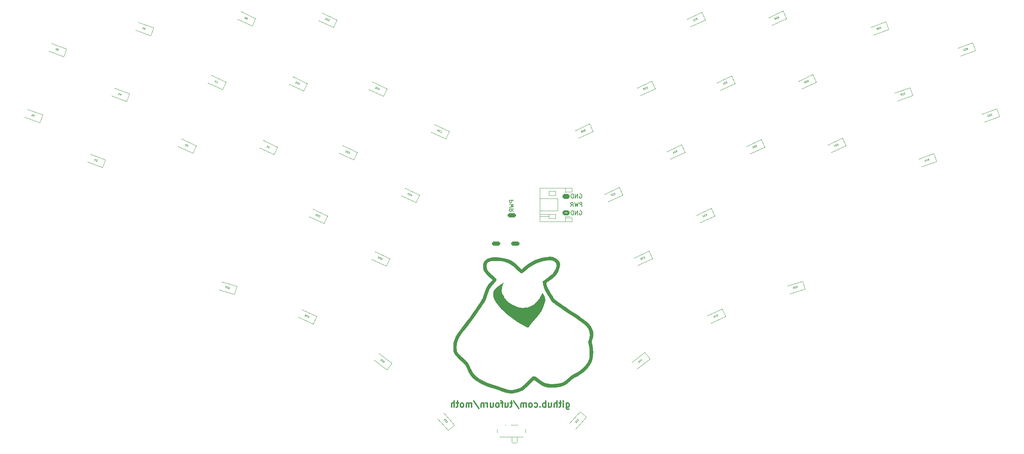
<source format=gbo>
%TF.GenerationSoftware,KiCad,Pcbnew,6.0.11-3.fc36*%
%TF.CreationDate,2023-03-10T01:36:50-05:00*%
%TF.ProjectId,moth,6d6f7468-2e6b-4696-9361-645f70636258,v1.0.0*%
%TF.SameCoordinates,Original*%
%TF.FileFunction,Legend,Bot*%
%TF.FilePolarity,Positive*%
%FSLAX46Y46*%
G04 Gerber Fmt 4.6, Leading zero omitted, Abs format (unit mm)*
G04 Created by KiCad (PCBNEW 6.0.11-3.fc36) date 2023-03-10 01:36:50*
%MOMM*%
%LPD*%
G01*
G04 APERTURE LIST*
G04 Aperture macros list*
%AMRoundRect*
0 Rectangle with rounded corners*
0 $1 Rounding radius*
0 $2 $3 $4 $5 $6 $7 $8 $9 X,Y pos of 4 corners*
0 Add a 4 corners polygon primitive as box body*
4,1,4,$2,$3,$4,$5,$6,$7,$8,$9,$2,$3,0*
0 Add four circle primitives for the rounded corners*
1,1,$1+$1,$2,$3*
1,1,$1+$1,$4,$5*
1,1,$1+$1,$6,$7*
1,1,$1+$1,$8,$9*
0 Add four rect primitives between the rounded corners*
20,1,$1+$1,$2,$3,$4,$5,0*
20,1,$1+$1,$4,$5,$6,$7,0*
20,1,$1+$1,$6,$7,$8,$9,0*
20,1,$1+$1,$8,$9,$2,$3,0*%
%AMRotRect*
0 Rectangle, with rotation*
0 The origin of the aperture is its center*
0 $1 length*
0 $2 width*
0 $3 Rotation angle, in degrees counterclockwise*
0 Add horizontal line*
21,1,$1,$2,0,0,$3*%
G04 Aperture macros list end*
%ADD10C,0.300000*%
%ADD11C,0.100000*%
%ADD12C,0.150000*%
%ADD13C,0.120000*%
%ADD14C,3.400000*%
%ADD15C,3.000000*%
%ADD16C,1.700000*%
%ADD17C,2.000000*%
%ADD18RotRect,2.600000X2.600000X205.000000*%
%ADD19RotRect,0.900000X1.200000X335.000000*%
%ADD20RotRect,2.600000X2.600000X155.000000*%
%ADD21RotRect,0.900000X1.200000X343.000000*%
%ADD22RotRect,2.600000X2.600000X200.000000*%
%ADD23RotRect,2.600000X2.600000X160.000000*%
%ADD24RotRect,0.900000X1.200000X25.000000*%
%ADD25RotRect,0.900000X1.200000X20.000000*%
%ADD26RotRect,0.900000X1.200000X49.000000*%
%ADD27C,1.397000*%
%ADD28RotRect,2.600000X2.600000X131.000000*%
%ADD29RotRect,2.600000X2.600000X217.000000*%
%ADD30RotRect,2.600000X2.600000X163.000000*%
%ADD31RotRect,0.900000X1.200000X340.000000*%
%ADD32RotRect,0.900000X1.200000X311.000000*%
%ADD33RotRect,0.900000X1.200000X17.000000*%
%ADD34RotRect,0.900000X1.200000X323.000000*%
%ADD35RotRect,2.600000X2.600000X143.000000*%
%ADD36RotRect,0.900000X1.200000X37.000000*%
%ADD37RotRect,2.600000X2.600000X197.000000*%
%ADD38RotRect,2.600000X2.600000X229.000000*%
%ADD39RoundRect,0.250000X0.750000X-0.250000X0.750000X0.250000X-0.750000X0.250000X-0.750000X-0.250000X0*%
%ADD40RoundRect,0.250000X-0.750000X0.250000X-0.750000X-0.250000X0.750000X-0.250000X0.750000X0.250000X0*%
%ADD41C,0.900000*%
%ADD42R,1.000000X0.800000*%
%ADD43R,0.700000X1.500000*%
%ADD44RoundRect,0.250000X0.625000X-0.350000X0.625000X0.350000X-0.625000X0.350000X-0.625000X-0.350000X0*%
%ADD45O,1.750000X1.200000*%
%ADD46RoundRect,0.300000X0.575000X-0.300000X0.575000X0.300000X-0.575000X0.300000X-0.575000X-0.300000X0*%
G04 APERTURE END LIST*
D10*
X216517428Y-193480571D02*
X216517428Y-194694857D01*
X216588857Y-194837714D01*
X216660285Y-194909142D01*
X216803142Y-194980571D01*
X217017428Y-194980571D01*
X217160285Y-194909142D01*
X216517428Y-194409142D02*
X216660285Y-194480571D01*
X216946000Y-194480571D01*
X217088857Y-194409142D01*
X217160285Y-194337714D01*
X217231714Y-194194857D01*
X217231714Y-193766285D01*
X217160285Y-193623428D01*
X217088857Y-193552000D01*
X216946000Y-193480571D01*
X216660285Y-193480571D01*
X216517428Y-193552000D01*
X215803142Y-194480571D02*
X215803142Y-193480571D01*
X215803142Y-192980571D02*
X215874571Y-193052000D01*
X215803142Y-193123428D01*
X215731714Y-193052000D01*
X215803142Y-192980571D01*
X215803142Y-193123428D01*
X215303142Y-193480571D02*
X214731714Y-193480571D01*
X215088857Y-192980571D02*
X215088857Y-194266285D01*
X215017428Y-194409142D01*
X214874571Y-194480571D01*
X214731714Y-194480571D01*
X214231714Y-194480571D02*
X214231714Y-192980571D01*
X213588857Y-194480571D02*
X213588857Y-193694857D01*
X213660285Y-193552000D01*
X213803142Y-193480571D01*
X214017428Y-193480571D01*
X214160285Y-193552000D01*
X214231714Y-193623428D01*
X212231714Y-193480571D02*
X212231714Y-194480571D01*
X212874571Y-193480571D02*
X212874571Y-194266285D01*
X212803142Y-194409142D01*
X212660285Y-194480571D01*
X212446000Y-194480571D01*
X212303142Y-194409142D01*
X212231714Y-194337714D01*
X211517428Y-194480571D02*
X211517428Y-192980571D01*
X211517428Y-193552000D02*
X211374571Y-193480571D01*
X211088857Y-193480571D01*
X210946000Y-193552000D01*
X210874571Y-193623428D01*
X210803142Y-193766285D01*
X210803142Y-194194857D01*
X210874571Y-194337714D01*
X210946000Y-194409142D01*
X211088857Y-194480571D01*
X211374571Y-194480571D01*
X211517428Y-194409142D01*
X210160285Y-194337714D02*
X210088857Y-194409142D01*
X210160285Y-194480571D01*
X210231714Y-194409142D01*
X210160285Y-194337714D01*
X210160285Y-194480571D01*
X208803142Y-194409142D02*
X208946000Y-194480571D01*
X209231714Y-194480571D01*
X209374571Y-194409142D01*
X209446000Y-194337714D01*
X209517428Y-194194857D01*
X209517428Y-193766285D01*
X209446000Y-193623428D01*
X209374571Y-193552000D01*
X209231714Y-193480571D01*
X208946000Y-193480571D01*
X208803142Y-193552000D01*
X207946000Y-194480571D02*
X208088857Y-194409142D01*
X208160285Y-194337714D01*
X208231714Y-194194857D01*
X208231714Y-193766285D01*
X208160285Y-193623428D01*
X208088857Y-193552000D01*
X207946000Y-193480571D01*
X207731714Y-193480571D01*
X207588857Y-193552000D01*
X207517428Y-193623428D01*
X207446000Y-193766285D01*
X207446000Y-194194857D01*
X207517428Y-194337714D01*
X207588857Y-194409142D01*
X207731714Y-194480571D01*
X207946000Y-194480571D01*
X206803142Y-194480571D02*
X206803142Y-193480571D01*
X206803142Y-193623428D02*
X206731714Y-193552000D01*
X206588857Y-193480571D01*
X206374571Y-193480571D01*
X206231714Y-193552000D01*
X206160285Y-193694857D01*
X206160285Y-194480571D01*
X206160285Y-193694857D02*
X206088857Y-193552000D01*
X205946000Y-193480571D01*
X205731714Y-193480571D01*
X205588857Y-193552000D01*
X205517428Y-193694857D01*
X205517428Y-194480571D01*
X203731714Y-192909142D02*
X205017428Y-194837714D01*
X203446000Y-193480571D02*
X202874571Y-193480571D01*
X203231714Y-192980571D02*
X203231714Y-194266285D01*
X203160285Y-194409142D01*
X203017428Y-194480571D01*
X202874571Y-194480571D01*
X201731714Y-193480571D02*
X201731714Y-194480571D01*
X202374571Y-193480571D02*
X202374571Y-194266285D01*
X202303142Y-194409142D01*
X202160285Y-194480571D01*
X201946000Y-194480571D01*
X201803142Y-194409142D01*
X201731714Y-194337714D01*
X201231714Y-193480571D02*
X200660285Y-193480571D01*
X201017428Y-194480571D02*
X201017428Y-193194857D01*
X200946000Y-193052000D01*
X200803142Y-192980571D01*
X200660285Y-192980571D01*
X199946000Y-194480571D02*
X200088857Y-194409142D01*
X200160285Y-194337714D01*
X200231714Y-194194857D01*
X200231714Y-193766285D01*
X200160285Y-193623428D01*
X200088857Y-193552000D01*
X199946000Y-193480571D01*
X199731714Y-193480571D01*
X199588857Y-193552000D01*
X199517428Y-193623428D01*
X199446000Y-193766285D01*
X199446000Y-194194857D01*
X199517428Y-194337714D01*
X199588857Y-194409142D01*
X199731714Y-194480571D01*
X199946000Y-194480571D01*
X198160285Y-193480571D02*
X198160285Y-194480571D01*
X198803142Y-193480571D02*
X198803142Y-194266285D01*
X198731714Y-194409142D01*
X198588857Y-194480571D01*
X198374571Y-194480571D01*
X198231714Y-194409142D01*
X198160285Y-194337714D01*
X197446000Y-194480571D02*
X197446000Y-193480571D01*
X197446000Y-193766285D02*
X197374571Y-193623428D01*
X197303142Y-193552000D01*
X197160285Y-193480571D01*
X197017428Y-193480571D01*
X196517428Y-193480571D02*
X196517428Y-194480571D01*
X196517428Y-193623428D02*
X196446000Y-193552000D01*
X196303142Y-193480571D01*
X196088857Y-193480571D01*
X195946000Y-193552000D01*
X195874571Y-193694857D01*
X195874571Y-194480571D01*
X194088857Y-192909142D02*
X195374571Y-194837714D01*
X193588857Y-194480571D02*
X193588857Y-193480571D01*
X193588857Y-193623428D02*
X193517428Y-193552000D01*
X193374571Y-193480571D01*
X193160285Y-193480571D01*
X193017428Y-193552000D01*
X192946000Y-193694857D01*
X192946000Y-194480571D01*
X192946000Y-193694857D02*
X192874571Y-193552000D01*
X192731714Y-193480571D01*
X192517428Y-193480571D01*
X192374571Y-193552000D01*
X192303142Y-193694857D01*
X192303142Y-194480571D01*
X191374571Y-194480571D02*
X191517428Y-194409142D01*
X191588857Y-194337714D01*
X191660285Y-194194857D01*
X191660285Y-193766285D01*
X191588857Y-193623428D01*
X191517428Y-193552000D01*
X191374571Y-193480571D01*
X191160285Y-193480571D01*
X191017428Y-193552000D01*
X190946000Y-193623428D01*
X190874571Y-193766285D01*
X190874571Y-194194857D01*
X190946000Y-194337714D01*
X191017428Y-194409142D01*
X191160285Y-194480571D01*
X191374571Y-194480571D01*
X190446000Y-193480571D02*
X189874571Y-193480571D01*
X190231714Y-192980571D02*
X190231714Y-194266285D01*
X190160285Y-194409142D01*
X190017428Y-194480571D01*
X189874571Y-194480571D01*
X189374571Y-194480571D02*
X189374571Y-192980571D01*
X188731714Y-194480571D02*
X188731714Y-193694857D01*
X188803142Y-193552000D01*
X188946000Y-193480571D01*
X189160285Y-193480571D01*
X189303142Y-193552000D01*
X189374571Y-193623428D01*
D11*
X124427490Y-130712231D02*
X124258442Y-131074754D01*
X124344757Y-131115003D01*
X124404596Y-131121890D01*
X124455222Y-131103464D01*
X124488585Y-131076988D01*
X124538047Y-131015985D01*
X124562197Y-130964196D01*
X124577133Y-130887095D01*
X124575970Y-130844519D01*
X124557544Y-130793893D01*
X124513805Y-130752480D01*
X124427490Y-130712231D01*
X124776333Y-131316250D02*
X124707281Y-131284051D01*
X124680804Y-131250688D01*
X124671591Y-131225375D01*
X124661215Y-131157486D01*
X124676151Y-131080384D01*
X124740550Y-130942280D01*
X124773913Y-130915804D01*
X124799226Y-130906591D01*
X124841802Y-130905428D01*
X124910854Y-130937627D01*
X124937330Y-130970990D01*
X124946543Y-130996303D01*
X124947706Y-131038879D01*
X124907457Y-131125194D01*
X124874094Y-131151670D01*
X124848781Y-131160883D01*
X124806206Y-131162046D01*
X124737153Y-131129847D01*
X124710677Y-131096484D01*
X124701464Y-131071171D01*
X124700301Y-131028595D01*
X134064747Y-165113707D02*
X133947798Y-165496229D01*
X134038875Y-165524074D01*
X134099090Y-165522565D01*
X134146659Y-165497273D01*
X134176012Y-165466411D01*
X134216503Y-165399119D01*
X134233210Y-165344473D01*
X134237271Y-165266042D01*
X134230193Y-165224043D01*
X134204901Y-165176474D01*
X134155824Y-165141552D01*
X134064747Y-165113707D01*
X134647637Y-165291914D02*
X134429054Y-165225086D01*
X134538346Y-165258500D02*
X134421397Y-165641022D01*
X134401673Y-165575238D01*
X134376380Y-165527670D01*
X134345519Y-165498316D01*
X134799394Y-165577326D02*
X134757394Y-165584403D01*
X134733610Y-165597050D01*
X134704256Y-165627911D01*
X134698687Y-165646127D01*
X134705765Y-165688126D01*
X134718411Y-165711911D01*
X134749273Y-165741264D01*
X134822134Y-165763540D01*
X134864134Y-165756463D01*
X134887918Y-165743816D01*
X134917271Y-165712955D01*
X134922840Y-165694739D01*
X134915763Y-165652740D01*
X134903117Y-165628955D01*
X134872255Y-165599602D01*
X134799394Y-165577326D01*
X134768532Y-165547973D01*
X134755886Y-165524188D01*
X134748808Y-165482189D01*
X134771084Y-165409327D01*
X134800437Y-165378466D01*
X134824222Y-165365819D01*
X134866221Y-165358742D01*
X134939083Y-165381018D01*
X134969944Y-165410371D01*
X134982591Y-165434156D01*
X134989668Y-165476155D01*
X134967392Y-165549017D01*
X134938039Y-165579878D01*
X134914255Y-165592525D01*
X134872255Y-165599602D01*
X248234581Y-100501930D02*
X248065534Y-100139407D01*
X247979219Y-100179657D01*
X247935479Y-100221069D01*
X247917053Y-100271695D01*
X247915890Y-100314271D01*
X247930826Y-100391373D01*
X247954976Y-100443162D01*
X248004439Y-100504164D01*
X248037801Y-100530640D01*
X248088427Y-100549066D01*
X248148266Y-100542180D01*
X248234581Y-100501930D01*
X247737537Y-100292355D02*
X247513117Y-100397003D01*
X247698357Y-100478758D01*
X247646568Y-100502908D01*
X247620092Y-100536270D01*
X247610879Y-100561583D01*
X247609716Y-100604159D01*
X247649965Y-100690474D01*
X247683328Y-100716950D01*
X247708641Y-100726163D01*
X247751217Y-100727327D01*
X247854795Y-100679028D01*
X247881271Y-100645665D01*
X247890484Y-100620352D01*
X247391113Y-100495928D02*
X247365800Y-100486715D01*
X247323224Y-100485552D01*
X247236909Y-100525801D01*
X247210433Y-100559164D01*
X247201220Y-100584477D01*
X247200057Y-100627053D01*
X247216157Y-100661579D01*
X247257569Y-100705318D01*
X247561324Y-100815875D01*
X247336905Y-100920524D01*
X228286048Y-142905421D02*
X228117001Y-142542898D01*
X228030686Y-142583148D01*
X227986946Y-142624560D01*
X227968520Y-142675186D01*
X227967357Y-142717762D01*
X227982293Y-142794864D01*
X228006443Y-142846653D01*
X228055906Y-142907655D01*
X228089268Y-142934131D01*
X228139894Y-142952557D01*
X228199733Y-142945671D01*
X228286048Y-142905421D01*
X227789004Y-142695846D02*
X227564584Y-142800494D01*
X227749824Y-142882249D01*
X227698035Y-142906399D01*
X227671559Y-142939761D01*
X227662346Y-142965074D01*
X227661183Y-143007650D01*
X227701432Y-143093965D01*
X227734795Y-143120441D01*
X227760108Y-143129654D01*
X227802684Y-143130818D01*
X227906262Y-143082519D01*
X227932738Y-143049156D01*
X227941951Y-143023843D01*
X227443743Y-142856843D02*
X227202061Y-142969541D01*
X227526476Y-143259616D01*
X304264443Y-134599895D02*
X304127635Y-134224018D01*
X304038140Y-134256591D01*
X303990958Y-134294034D01*
X303968190Y-134342861D01*
X303963320Y-134385174D01*
X303971480Y-134463284D01*
X303991024Y-134516981D01*
X304034982Y-134582062D01*
X304065910Y-134611345D01*
X304114737Y-134634113D01*
X304174948Y-134632468D01*
X304264443Y-134599895D01*
X303782686Y-134390109D02*
X303758273Y-134378725D01*
X303715960Y-134373855D01*
X303626466Y-134406429D01*
X303597182Y-134437357D01*
X303585798Y-134461771D01*
X303580929Y-134504083D01*
X303593958Y-134539881D01*
X303631401Y-134587063D01*
X303924364Y-134723674D01*
X303691678Y-134808364D01*
X303278292Y-134675044D02*
X303369498Y-134925629D01*
X303315669Y-134499279D02*
X303502884Y-134735189D01*
X303270198Y-134819880D01*
X219533279Y-197488123D02*
X219231395Y-197225699D01*
X219168914Y-197297576D01*
X219145800Y-197353199D01*
X219149558Y-197406942D01*
X219165813Y-197446311D01*
X219210818Y-197510671D01*
X219253944Y-197548161D01*
X219323942Y-197583771D01*
X219365189Y-197594388D01*
X219418933Y-197590630D01*
X219470797Y-197560000D01*
X219533279Y-197488123D01*
X218957132Y-197744436D02*
X219158388Y-197919385D01*
X218904611Y-197572588D02*
X219182724Y-197688157D01*
X219020271Y-197875037D01*
X218760292Y-197825709D02*
X218733420Y-197827588D01*
X218694052Y-197843842D01*
X218631570Y-197915719D01*
X218620953Y-197956966D01*
X218622832Y-197983838D01*
X218639086Y-198023206D01*
X218667837Y-198048199D01*
X218723460Y-198071313D01*
X219045921Y-198048764D01*
X218883468Y-198235645D01*
X171082389Y-157984657D02*
X170913341Y-158347180D01*
X170999656Y-158387430D01*
X171059495Y-158394316D01*
X171110121Y-158375890D01*
X171143484Y-158349414D01*
X171192946Y-158288412D01*
X171217096Y-158236623D01*
X171232032Y-158159521D01*
X171230869Y-158116945D01*
X171212443Y-158066319D01*
X171168704Y-158024907D01*
X171082389Y-157984657D01*
X171634805Y-158242253D02*
X171427649Y-158145655D01*
X171531227Y-158193954D02*
X171362179Y-158556477D01*
X171351803Y-158488588D01*
X171333377Y-158437962D01*
X171306901Y-158404600D01*
X171793755Y-158757724D02*
X171621125Y-158677225D01*
X171684360Y-158496545D01*
X171693573Y-158521858D01*
X171720050Y-158555221D01*
X171806365Y-158595470D01*
X171848940Y-158594307D01*
X171874253Y-158585094D01*
X171907616Y-158558618D01*
X171947865Y-158472303D01*
X171946702Y-158429727D01*
X171937489Y-158404414D01*
X171911013Y-158371051D01*
X171824698Y-158330802D01*
X171782122Y-158331965D01*
X171756809Y-158341178D01*
X275113578Y-115552496D02*
X274944531Y-115189973D01*
X274858216Y-115230223D01*
X274814476Y-115271635D01*
X274796050Y-115322261D01*
X274794887Y-115364837D01*
X274809823Y-115441939D01*
X274833973Y-115493728D01*
X274883436Y-115554730D01*
X274916798Y-115581206D01*
X274967424Y-115599632D01*
X275027263Y-115592746D01*
X275113578Y-115552496D01*
X274615370Y-115385497D02*
X274590057Y-115376284D01*
X274547481Y-115375120D01*
X274461166Y-115415370D01*
X274434690Y-115448732D01*
X274425477Y-115474045D01*
X274424314Y-115516621D01*
X274440414Y-115551147D01*
X274481826Y-115594886D01*
X274785581Y-115705444D01*
X274561162Y-115810092D01*
X274257407Y-115699535D02*
X274283883Y-115666172D01*
X274293096Y-115640859D01*
X274294260Y-115598283D01*
X274286210Y-115581020D01*
X274252847Y-115554544D01*
X274227534Y-115545331D01*
X274184958Y-115544168D01*
X274115906Y-115576367D01*
X274089430Y-115609730D01*
X274080217Y-115635043D01*
X274079054Y-115677619D01*
X274087104Y-115694882D01*
X274120466Y-115721358D01*
X274145779Y-115730571D01*
X274188355Y-115731734D01*
X274257407Y-115699535D01*
X274299983Y-115700698D01*
X274325296Y-115709911D01*
X274358659Y-115736387D01*
X274390858Y-115805439D01*
X274389695Y-115848015D01*
X274380482Y-115873328D01*
X274354006Y-115906691D01*
X274284954Y-115938890D01*
X274242378Y-115937727D01*
X274217065Y-115928514D01*
X274183702Y-115902038D01*
X274151503Y-115832986D01*
X274152666Y-115790410D01*
X274161879Y-115765097D01*
X274188355Y-115731734D01*
X282298088Y-130959729D02*
X282129041Y-130597206D01*
X282042726Y-130637456D01*
X281998986Y-130678868D01*
X281980560Y-130729494D01*
X281979397Y-130772070D01*
X281994333Y-130849172D01*
X282018483Y-130900961D01*
X282067946Y-130961963D01*
X282101308Y-130988439D01*
X282151934Y-131006865D01*
X282211773Y-130999979D01*
X282298088Y-130959729D01*
X281799880Y-130792730D02*
X281774567Y-130783517D01*
X281731991Y-130782353D01*
X281645676Y-130822603D01*
X281619200Y-130855965D01*
X281609987Y-130881278D01*
X281608824Y-130923854D01*
X281624924Y-130958380D01*
X281666336Y-131002119D01*
X281970091Y-131112677D01*
X281745672Y-131217325D01*
X281455783Y-130911151D02*
X281214101Y-131023849D01*
X281538516Y-131313924D01*
X131612000Y-115304998D02*
X131442952Y-115667521D01*
X131529267Y-115707770D01*
X131589106Y-115714657D01*
X131639732Y-115696231D01*
X131673095Y-115669755D01*
X131722557Y-115608752D01*
X131746707Y-115556963D01*
X131761643Y-115479862D01*
X131760480Y-115437286D01*
X131742054Y-115386660D01*
X131698315Y-115345247D01*
X131612000Y-115304998D01*
X131770949Y-115820469D02*
X132012632Y-115933167D01*
X132026312Y-115498195D01*
X163221214Y-132251372D02*
X163052166Y-132613895D01*
X163138481Y-132654145D01*
X163198320Y-132661031D01*
X163248946Y-132642605D01*
X163282309Y-132616129D01*
X163331771Y-132555127D01*
X163355921Y-132503338D01*
X163370857Y-132426236D01*
X163369694Y-132383660D01*
X163351268Y-132333034D01*
X163307529Y-132291622D01*
X163221214Y-132251372D01*
X163773630Y-132508968D02*
X163566474Y-132412370D01*
X163670052Y-132460669D02*
X163501004Y-132823192D01*
X163490628Y-132755303D01*
X163472202Y-132704677D01*
X163445726Y-132671315D01*
X163725424Y-132927840D02*
X163949843Y-133032489D01*
X163893401Y-132838036D01*
X163945190Y-132862185D01*
X163987765Y-132861022D01*
X164013078Y-132851809D01*
X164046441Y-132825333D01*
X164086690Y-132739018D01*
X164085527Y-132696442D01*
X164076314Y-132671129D01*
X164049838Y-132637766D01*
X163946260Y-132589467D01*
X163903684Y-132590630D01*
X163878371Y-132599843D01*
X255419091Y-115909163D02*
X255250044Y-115546640D01*
X255163729Y-115586890D01*
X255119989Y-115628302D01*
X255101563Y-115678928D01*
X255100400Y-115721504D01*
X255115336Y-115798606D01*
X255139486Y-115850395D01*
X255188949Y-115911397D01*
X255222311Y-115937873D01*
X255272937Y-115956299D01*
X255332776Y-115949413D01*
X255419091Y-115909163D01*
X254922047Y-115699588D02*
X254697627Y-115804236D01*
X254882867Y-115885991D01*
X254831078Y-115910141D01*
X254804602Y-115943503D01*
X254795389Y-115968816D01*
X254794226Y-116011392D01*
X254834475Y-116097707D01*
X254867838Y-116124183D01*
X254893151Y-116133396D01*
X254935727Y-116134560D01*
X255039305Y-116086261D01*
X255065781Y-116052898D01*
X255074994Y-116027585D01*
X254521415Y-116327757D02*
X254728571Y-116231158D01*
X254624993Y-116279457D02*
X254455945Y-115916934D01*
X254514621Y-115952624D01*
X254565247Y-115971050D01*
X254607823Y-115972213D01*
X221101538Y-127498189D02*
X220932491Y-127135666D01*
X220846176Y-127175916D01*
X220802436Y-127217328D01*
X220784010Y-127267954D01*
X220782847Y-127310530D01*
X220797783Y-127387632D01*
X220821933Y-127439421D01*
X220871396Y-127500423D01*
X220904758Y-127526899D01*
X220955384Y-127545325D01*
X221015223Y-127538439D01*
X221101538Y-127498189D01*
X220604494Y-127288614D02*
X220380074Y-127393262D01*
X220565314Y-127475017D01*
X220513525Y-127499167D01*
X220487049Y-127532529D01*
X220477836Y-127557842D01*
X220476673Y-127600418D01*
X220516922Y-127686733D01*
X220550285Y-127713209D01*
X220575598Y-127722422D01*
X220618174Y-127723586D01*
X220721752Y-127675287D01*
X220748228Y-127641924D01*
X220757441Y-127616611D01*
X220245367Y-127645228D02*
X220271843Y-127611865D01*
X220281056Y-127586552D01*
X220282220Y-127543976D01*
X220274170Y-127526713D01*
X220240807Y-127500237D01*
X220215494Y-127491024D01*
X220172918Y-127489861D01*
X220103866Y-127522060D01*
X220077390Y-127555423D01*
X220068177Y-127580736D01*
X220067014Y-127623312D01*
X220075064Y-127640575D01*
X220108426Y-127667051D01*
X220133739Y-127676264D01*
X220176315Y-127677427D01*
X220245367Y-127645228D01*
X220287943Y-127646391D01*
X220313256Y-127655604D01*
X220346619Y-127682080D01*
X220378818Y-127751132D01*
X220377655Y-127793708D01*
X220368442Y-127819021D01*
X220341966Y-127852384D01*
X220272914Y-127884583D01*
X220230338Y-127883420D01*
X220205025Y-127874207D01*
X220171662Y-127847731D01*
X220139463Y-127778679D01*
X220140626Y-127736103D01*
X220149839Y-127710790D01*
X220176315Y-127677427D01*
X298450101Y-118625120D02*
X298313293Y-118249243D01*
X298223798Y-118281816D01*
X298176616Y-118319259D01*
X298153848Y-118368086D01*
X298148978Y-118410399D01*
X298157138Y-118488509D01*
X298176682Y-118542206D01*
X298220640Y-118607287D01*
X298251568Y-118636570D01*
X298300395Y-118659338D01*
X298360606Y-118657693D01*
X298450101Y-118625120D01*
X297968344Y-118415334D02*
X297943931Y-118403950D01*
X297901618Y-118399080D01*
X297812124Y-118431654D01*
X297782840Y-118462582D01*
X297771456Y-118486996D01*
X297766587Y-118529308D01*
X297779616Y-118565106D01*
X297817059Y-118612288D01*
X298110022Y-118748899D01*
X297877336Y-118833589D01*
X297400449Y-118581491D02*
X297579438Y-118516344D01*
X297662483Y-118688819D01*
X297638070Y-118677435D01*
X297595757Y-118672565D01*
X297506263Y-118705138D01*
X297476980Y-118736067D01*
X297465595Y-118760480D01*
X297460726Y-118802793D01*
X297493299Y-118892287D01*
X297524227Y-118921570D01*
X297548641Y-118932955D01*
X297590953Y-118937824D01*
X297680448Y-118905251D01*
X297709731Y-118874323D01*
X297721115Y-118849909D01*
X178266899Y-142577424D02*
X178097851Y-142939947D01*
X178184166Y-142980197D01*
X178244005Y-142987083D01*
X178294631Y-142968657D01*
X178327994Y-142942181D01*
X178377456Y-142881179D01*
X178401606Y-142829390D01*
X178416542Y-142752288D01*
X178415379Y-142709712D01*
X178396953Y-142659086D01*
X178353214Y-142617674D01*
X178266899Y-142577424D01*
X178819315Y-142835020D02*
X178612159Y-142738422D01*
X178715737Y-142786721D02*
X178546689Y-143149244D01*
X178536313Y-143081355D01*
X178517887Y-143030729D01*
X178491411Y-142997367D01*
X178961002Y-143342441D02*
X178891950Y-143310241D01*
X178865473Y-143276879D01*
X178856260Y-143251566D01*
X178845884Y-143183677D01*
X178860820Y-143106575D01*
X178925219Y-142968471D01*
X178958582Y-142941995D01*
X178983895Y-142932782D01*
X179026471Y-142931619D01*
X179095523Y-142963818D01*
X179121999Y-142997181D01*
X179131212Y-143022494D01*
X179132375Y-143065070D01*
X179092126Y-143151385D01*
X179058763Y-143177861D01*
X179033450Y-143187074D01*
X178990875Y-143188237D01*
X178921823Y-143156038D01*
X178895346Y-143122675D01*
X178886133Y-143097362D01*
X178884970Y-143054786D01*
X93048300Y-107495362D02*
X92911492Y-107871239D01*
X93000986Y-107903812D01*
X93061198Y-107905457D01*
X93110025Y-107882689D01*
X93140953Y-107853405D01*
X93184911Y-107788324D01*
X93204455Y-107734628D01*
X93212614Y-107656517D01*
X93207745Y-107614205D01*
X93184976Y-107565378D01*
X93137794Y-107527935D01*
X93048300Y-107495362D01*
X93282499Y-107965734D02*
X93293883Y-107990148D01*
X93323167Y-108021076D01*
X93412661Y-108053649D01*
X93454974Y-108048780D01*
X93479387Y-108037395D01*
X93510315Y-108008112D01*
X93523345Y-107972315D01*
X93524990Y-107912103D01*
X93388379Y-107619140D01*
X93621065Y-107703831D01*
X170405724Y-116844140D02*
X170236676Y-117206663D01*
X170322991Y-117246913D01*
X170382830Y-117253799D01*
X170433456Y-117235373D01*
X170466819Y-117208897D01*
X170516281Y-117147895D01*
X170540431Y-117096106D01*
X170555367Y-117019004D01*
X170554204Y-116976428D01*
X170535778Y-116925802D01*
X170492039Y-116884390D01*
X170405724Y-116844140D01*
X170958140Y-117101736D02*
X170750984Y-117005138D01*
X170854562Y-117053437D02*
X170685514Y-117415960D01*
X170675138Y-117348071D01*
X170656712Y-117297445D01*
X170630236Y-117264083D01*
X171156176Y-117488316D02*
X171268874Y-117246634D01*
X171005462Y-117586171D02*
X171039895Y-117286976D01*
X171264314Y-117391624D01*
X114067009Y-102375414D02*
X113930201Y-102751291D01*
X114019695Y-102783864D01*
X114079907Y-102785509D01*
X114128734Y-102762741D01*
X114159662Y-102733457D01*
X114203620Y-102668376D01*
X114223164Y-102614680D01*
X114231323Y-102536569D01*
X114226454Y-102494257D01*
X114203685Y-102445430D01*
X114156503Y-102407987D01*
X114067009Y-102375414D01*
X114485067Y-102953245D02*
X114306078Y-102888099D01*
X114353326Y-102702595D01*
X114364710Y-102727008D01*
X114393993Y-102757937D01*
X114483487Y-102790510D01*
X114525800Y-102785640D01*
X114550214Y-102774256D01*
X114581142Y-102744973D01*
X114613715Y-102655479D01*
X114608846Y-102613166D01*
X114597461Y-102588752D01*
X114568178Y-102557824D01*
X114478684Y-102525251D01*
X114436371Y-102530120D01*
X114411958Y-102541505D01*
X187139853Y-197250692D02*
X186837969Y-197513115D01*
X186900451Y-197584993D01*
X186952315Y-197615622D01*
X187006059Y-197619381D01*
X187047306Y-197608763D01*
X187117304Y-197573153D01*
X187160430Y-197535664D01*
X187205436Y-197471303D01*
X187221690Y-197431935D01*
X187225448Y-197378192D01*
X187202335Y-197322569D01*
X187139853Y-197250692D01*
X187116647Y-197775631D02*
X187114768Y-197802503D01*
X187125385Y-197843750D01*
X187187867Y-197915627D01*
X187227235Y-197931882D01*
X187254107Y-197933761D01*
X187295354Y-197923143D01*
X187324105Y-197898151D01*
X187354735Y-197846286D01*
X187377284Y-197523825D01*
X187539736Y-197710705D01*
X187789664Y-197998214D02*
X187639707Y-197825709D01*
X187714685Y-197911961D02*
X187412802Y-198174385D01*
X187430935Y-198108145D01*
X187434693Y-198054401D01*
X187424076Y-198013154D01*
X235470559Y-158312654D02*
X235301512Y-157950131D01*
X235215197Y-157990381D01*
X235171457Y-158031793D01*
X235153031Y-158082419D01*
X235151868Y-158124995D01*
X235166804Y-158202097D01*
X235190954Y-158253886D01*
X235240417Y-158314888D01*
X235273779Y-158341364D01*
X235324405Y-158359790D01*
X235384244Y-158352904D01*
X235470559Y-158312654D01*
X234973515Y-158103079D02*
X234749095Y-158207727D01*
X234934335Y-158289482D01*
X234882546Y-158313632D01*
X234856070Y-158346994D01*
X234846857Y-158372307D01*
X234845694Y-158414883D01*
X234885943Y-158501198D01*
X234919306Y-158527674D01*
X234944619Y-158536887D01*
X234987195Y-158538051D01*
X235090773Y-158489752D01*
X235117249Y-158456389D01*
X235126462Y-158431076D01*
X234438361Y-158352625D02*
X234507413Y-158320425D01*
X234549989Y-158321589D01*
X234575302Y-158330802D01*
X234633978Y-158366491D01*
X234683440Y-158427493D01*
X234747839Y-158565597D01*
X234746676Y-158608173D01*
X234737463Y-158633486D01*
X234710987Y-158666849D01*
X234641935Y-158699048D01*
X234599359Y-158697885D01*
X234574046Y-158688672D01*
X234540683Y-158662196D01*
X234500434Y-158575881D01*
X234501597Y-158533305D01*
X234510810Y-158507992D01*
X234537286Y-158474629D01*
X234606338Y-158442430D01*
X234648914Y-158443593D01*
X234674227Y-158452806D01*
X234707590Y-158479282D01*
X151133856Y-115581166D02*
X150964808Y-115943689D01*
X151051123Y-115983939D01*
X151110962Y-115990825D01*
X151161588Y-115972399D01*
X151194951Y-115945923D01*
X151244413Y-115884921D01*
X151268563Y-115833132D01*
X151283499Y-115756030D01*
X151282336Y-115713454D01*
X151263910Y-115662828D01*
X151220171Y-115621416D01*
X151133856Y-115581166D01*
X151686272Y-115838762D02*
X151479116Y-115742164D01*
X151582694Y-115790463D02*
X151413646Y-116152986D01*
X151403270Y-116085097D01*
X151384844Y-116034471D01*
X151358368Y-116001109D01*
X151741644Y-116305934D02*
X151776170Y-116322033D01*
X151818745Y-116320870D01*
X151844058Y-116311657D01*
X151877421Y-116285181D01*
X151926884Y-116224179D01*
X151967133Y-116137864D01*
X151982069Y-116060762D01*
X151980906Y-116018186D01*
X151971693Y-115992873D01*
X151945217Y-115959510D01*
X151910691Y-115943410D01*
X151868115Y-115944574D01*
X151842802Y-115953787D01*
X151809439Y-115980263D01*
X151759977Y-116041265D01*
X151719728Y-116127580D01*
X151704791Y-116204682D01*
X151705954Y-116247258D01*
X151715167Y-116272571D01*
X151741644Y-116305934D01*
X272441064Y-165459798D02*
X272324115Y-165077276D01*
X272233038Y-165105121D01*
X272183961Y-165140043D01*
X272158669Y-165187612D01*
X272151591Y-165229612D01*
X272155652Y-165308042D01*
X272172359Y-165362688D01*
X272212850Y-165429980D01*
X272242203Y-165460842D01*
X272289772Y-165486135D01*
X272349987Y-165487643D01*
X272441064Y-165459798D01*
X271978024Y-165183087D02*
X271741225Y-165255484D01*
X271913284Y-165362223D01*
X271858638Y-165378930D01*
X271827776Y-165408284D01*
X271815130Y-165432068D01*
X271808052Y-165474068D01*
X271835897Y-165565144D01*
X271865251Y-165596006D01*
X271889035Y-165608652D01*
X271931035Y-165615730D01*
X272040327Y-165582316D01*
X272071188Y-165552962D01*
X272083835Y-165529178D01*
X271676020Y-165693695D02*
X271603159Y-165715971D01*
X271561159Y-165708894D01*
X271537375Y-165696248D01*
X271484237Y-165652740D01*
X271443746Y-165585447D01*
X271399194Y-165439725D01*
X271406271Y-165397725D01*
X271418918Y-165373941D01*
X271449779Y-165344587D01*
X271522641Y-165322311D01*
X271564640Y-165329389D01*
X271588425Y-165342035D01*
X271617778Y-165372897D01*
X271645623Y-165463973D01*
X271638545Y-165505973D01*
X271625899Y-165529757D01*
X271595037Y-165559111D01*
X271522176Y-165581387D01*
X271480176Y-165574309D01*
X271456392Y-165561663D01*
X271427039Y-165530801D01*
X153371670Y-172004040D02*
X153202622Y-172366563D01*
X153288937Y-172406813D01*
X153348776Y-172413699D01*
X153399402Y-172395273D01*
X153432765Y-172368797D01*
X153482227Y-172307795D01*
X153506377Y-172256006D01*
X153521313Y-172178904D01*
X153520150Y-172136328D01*
X153501724Y-172085702D01*
X153457985Y-172044290D01*
X153371670Y-172004040D01*
X153924086Y-172261636D02*
X153716930Y-172165038D01*
X153820508Y-172213337D02*
X153651460Y-172575860D01*
X153641084Y-172507971D01*
X153622658Y-172457345D01*
X153596182Y-172423983D01*
X154096716Y-172342135D02*
X154165768Y-172374334D01*
X154192244Y-172407697D01*
X154201457Y-172433010D01*
X154211834Y-172500899D01*
X154196897Y-172578001D01*
X154132498Y-172716105D01*
X154099135Y-172742581D01*
X154073822Y-172751794D01*
X154031247Y-172752957D01*
X153962195Y-172720758D01*
X153935718Y-172687395D01*
X153926505Y-172662082D01*
X153925342Y-172619506D01*
X153965591Y-172533191D01*
X153998954Y-172506715D01*
X154024267Y-172497502D01*
X154066843Y-172496339D01*
X154135895Y-172528538D01*
X154162371Y-172561901D01*
X154171584Y-172587214D01*
X154172747Y-172629790D01*
X171765845Y-182767188D02*
X171525119Y-183086643D01*
X171601179Y-183143958D01*
X171658279Y-183163136D01*
X171711629Y-183155638D01*
X171749768Y-183136677D01*
X171810832Y-183087291D01*
X171845222Y-183041655D01*
X171875862Y-182969343D01*
X171883576Y-182927456D01*
X171876078Y-182874106D01*
X171841905Y-182824504D01*
X171765845Y-182767188D01*
X171852287Y-183285481D02*
X171856036Y-183312156D01*
X171874997Y-183350295D01*
X171951058Y-183407611D01*
X171992945Y-183415325D01*
X172019620Y-183411576D01*
X172057759Y-183392615D01*
X172080685Y-183362191D01*
X172099862Y-183305091D01*
X172054875Y-182984988D01*
X172252632Y-183134009D01*
X172209663Y-183602484D02*
X172240088Y-183625410D01*
X172281975Y-183633124D01*
X172308650Y-183629376D01*
X172346789Y-183610414D01*
X172407853Y-183561029D01*
X172465169Y-183484969D01*
X172495809Y-183412657D01*
X172503524Y-183370770D01*
X172499775Y-183344094D01*
X172480814Y-183305956D01*
X172450389Y-183283030D01*
X172408502Y-183275316D01*
X172381827Y-183279065D01*
X172343688Y-183298026D01*
X172282624Y-183347411D01*
X172225308Y-183423471D01*
X172194668Y-183495783D01*
X172186953Y-183537670D01*
X172190702Y-183564346D01*
X172209663Y-183602484D01*
X87233958Y-123470137D02*
X87097150Y-123846014D01*
X87186644Y-123878587D01*
X87246856Y-123880232D01*
X87295683Y-123857464D01*
X87326611Y-123828180D01*
X87370569Y-123763099D01*
X87390113Y-123709403D01*
X87398272Y-123631292D01*
X87393403Y-123588980D01*
X87370634Y-123540153D01*
X87323452Y-123502710D01*
X87233958Y-123470137D01*
X87806723Y-123678606D02*
X87591936Y-123600430D01*
X87699329Y-123639518D02*
X87562521Y-124015395D01*
X87546268Y-123948669D01*
X87523499Y-123899842D01*
X87494216Y-123868914D01*
X158318367Y-100173933D02*
X158149319Y-100536456D01*
X158235634Y-100576706D01*
X158295473Y-100583592D01*
X158346099Y-100565166D01*
X158379462Y-100538690D01*
X158428924Y-100477688D01*
X158453074Y-100425899D01*
X158468010Y-100348797D01*
X158466847Y-100306221D01*
X158448421Y-100255595D01*
X158404682Y-100214183D01*
X158318367Y-100173933D01*
X158870783Y-100431529D02*
X158663627Y-100334931D01*
X158767205Y-100383230D02*
X158598157Y-100745753D01*
X158587781Y-100677864D01*
X158569355Y-100627238D01*
X158542879Y-100593876D01*
X159216043Y-100592527D02*
X159008887Y-100495928D01*
X159112465Y-100544227D02*
X158943418Y-100906750D01*
X158933041Y-100838862D01*
X158914615Y-100788236D01*
X158888139Y-100754873D01*
X234851955Y-183056218D02*
X234611229Y-182736764D01*
X234535169Y-182794080D01*
X234500995Y-182843681D01*
X234493497Y-182897032D01*
X234501212Y-182938919D01*
X234531852Y-183011231D01*
X234566241Y-183056867D01*
X234627306Y-183106252D01*
X234665445Y-183125213D01*
X234718795Y-183132711D01*
X234775895Y-183113534D01*
X234851955Y-183056218D01*
X234235108Y-183187143D02*
X234395592Y-183400113D01*
X234219463Y-183008131D02*
X234467471Y-183178996D01*
X234269714Y-183328017D01*
X234060926Y-183652302D02*
X234243471Y-183514744D01*
X234152198Y-183583523D02*
X233911472Y-183264069D01*
X233976286Y-183286779D01*
X234029636Y-183294277D01*
X234071524Y-183286563D01*
X102438324Y-134324963D02*
X102301516Y-134700840D01*
X102391010Y-134733413D01*
X102451222Y-134735058D01*
X102500049Y-134712290D01*
X102530977Y-134683006D01*
X102574935Y-134617925D01*
X102594479Y-134564229D01*
X102602638Y-134486118D01*
X102597769Y-134443806D01*
X102575000Y-134394979D01*
X102527818Y-134357536D01*
X102438324Y-134324963D01*
X102641595Y-134824618D02*
X102874281Y-134909309D01*
X102801106Y-134720515D01*
X102854802Y-134740059D01*
X102897115Y-134735189D01*
X102921529Y-134723805D01*
X102952457Y-134694522D01*
X102985030Y-134605028D01*
X102980161Y-134562715D01*
X102968776Y-134538301D01*
X102939493Y-134507373D01*
X102832100Y-134468285D01*
X102789787Y-134473155D01*
X102765374Y-134484539D01*
X267929067Y-100145264D02*
X267760020Y-99782741D01*
X267673705Y-99822991D01*
X267629965Y-99864403D01*
X267611539Y-99915029D01*
X267610376Y-99957605D01*
X267625312Y-100034707D01*
X267649462Y-100086496D01*
X267698925Y-100147498D01*
X267732287Y-100173974D01*
X267782913Y-100192400D01*
X267842752Y-100185514D01*
X267929067Y-100145264D01*
X267430859Y-99978265D02*
X267405546Y-99969052D01*
X267362970Y-99967888D01*
X267276655Y-100008138D01*
X267250179Y-100041500D01*
X267240966Y-100066813D01*
X267239803Y-100109389D01*
X267255903Y-100143915D01*
X267297315Y-100187654D01*
X267601070Y-100298212D01*
X267376651Y-100402860D01*
X267204021Y-100483359D02*
X267134969Y-100515558D01*
X267092393Y-100514395D01*
X267067080Y-100505182D01*
X267008404Y-100469493D01*
X266958942Y-100408491D01*
X266894543Y-100270387D01*
X266895706Y-100227811D01*
X266904919Y-100202498D01*
X266931395Y-100169135D01*
X267000447Y-100136936D01*
X267043023Y-100138099D01*
X267068336Y-100147312D01*
X267101699Y-100173788D01*
X267141948Y-100260103D01*
X267140785Y-100302679D01*
X267131572Y-100327992D01*
X267105096Y-100361355D01*
X267036044Y-100393554D01*
X266993468Y-100392391D01*
X266968155Y-100383178D01*
X266934792Y-100356702D01*
X253181278Y-172332037D02*
X253012231Y-171969514D01*
X252925916Y-172009764D01*
X252882176Y-172051176D01*
X252863750Y-172101802D01*
X252862587Y-172144378D01*
X252877523Y-172221480D01*
X252901673Y-172273269D01*
X252951136Y-172334271D01*
X252984498Y-172360747D01*
X253035124Y-172379173D01*
X253094963Y-172372287D01*
X253181278Y-172332037D01*
X252550690Y-172331851D02*
X252663388Y-172573533D01*
X252572606Y-172153498D02*
X252779669Y-172372194D01*
X252555250Y-172476842D01*
X252235395Y-172331758D02*
X252200869Y-172347858D01*
X252174393Y-172381221D01*
X252165180Y-172406534D01*
X252164017Y-172449110D01*
X252178953Y-172526212D01*
X252219203Y-172612527D01*
X252268665Y-172673529D01*
X252302028Y-172700005D01*
X252327341Y-172709218D01*
X252369917Y-172710381D01*
X252404443Y-172694282D01*
X252430919Y-172660919D01*
X252440132Y-172635606D01*
X252441295Y-172593030D01*
X252426359Y-172515928D01*
X252386109Y-172429613D01*
X252336647Y-172368611D01*
X252303284Y-172342135D01*
X252277971Y-172332922D01*
X252235395Y-172331758D01*
X250516244Y-147986602D02*
X250347197Y-147624079D01*
X250260882Y-147664329D01*
X250217142Y-147705741D01*
X250198716Y-147756367D01*
X250197553Y-147798943D01*
X250212489Y-147876045D01*
X250236639Y-147927834D01*
X250286102Y-147988836D01*
X250319464Y-148015312D01*
X250370090Y-148033738D01*
X250429929Y-148026852D01*
X250516244Y-147986602D01*
X250019200Y-147777027D02*
X249794780Y-147881675D01*
X249980020Y-147963430D01*
X249928231Y-147987580D01*
X249901755Y-148020942D01*
X249892542Y-148046255D01*
X249891379Y-148088831D01*
X249931628Y-148175146D01*
X249964991Y-148201622D01*
X249990304Y-148210835D01*
X250032880Y-148211999D01*
X250136458Y-148163700D01*
X250162934Y-148130337D01*
X250172147Y-148105024D01*
X249673939Y-147938024D02*
X249449520Y-148042673D01*
X249634760Y-148124427D01*
X249582971Y-148148577D01*
X249556495Y-148181940D01*
X249547282Y-148207253D01*
X249546119Y-148249829D01*
X249586368Y-148336144D01*
X249619731Y-148362620D01*
X249645044Y-148371833D01*
X249687620Y-148372996D01*
X249791198Y-148324697D01*
X249817674Y-148291334D01*
X249826887Y-148266021D01*
X313654467Y-107770294D02*
X313517659Y-107394417D01*
X313428164Y-107426990D01*
X313380982Y-107464433D01*
X313358214Y-107513260D01*
X313353344Y-107555573D01*
X313361504Y-107633683D01*
X313381048Y-107687380D01*
X313425006Y-107752461D01*
X313455934Y-107781744D01*
X313504761Y-107804512D01*
X313564972Y-107802867D01*
X313654467Y-107770294D01*
X313172710Y-107560508D02*
X313148297Y-107549124D01*
X313105984Y-107544254D01*
X313016490Y-107576828D01*
X312987206Y-107607756D01*
X312975822Y-107632170D01*
X312970953Y-107674482D01*
X312983982Y-107710280D01*
X313021425Y-107757462D01*
X313314388Y-107894073D01*
X313081702Y-107978763D01*
X312819602Y-107648489D02*
X312586916Y-107733180D01*
X312764325Y-107830768D01*
X312710629Y-107850312D01*
X312681346Y-107881241D01*
X312669961Y-107905654D01*
X312665092Y-107947967D01*
X312697665Y-108037461D01*
X312728593Y-108066744D01*
X312753007Y-108078129D01*
X312795319Y-108082998D01*
X312902713Y-108043910D01*
X312931996Y-108012982D01*
X312943380Y-107988568D01*
X319468810Y-123745069D02*
X319332002Y-123369192D01*
X319242507Y-123401765D01*
X319195325Y-123439208D01*
X319172557Y-123488035D01*
X319167687Y-123530348D01*
X319175847Y-123608458D01*
X319195391Y-123662155D01*
X319239349Y-123727236D01*
X319270277Y-123756519D01*
X319319104Y-123779287D01*
X319379315Y-123777642D01*
X319468810Y-123745069D01*
X318987053Y-123535283D02*
X318962640Y-123523899D01*
X318920327Y-123519029D01*
X318830833Y-123551603D01*
X318801549Y-123582531D01*
X318790165Y-123606945D01*
X318785296Y-123649257D01*
X318798325Y-123685055D01*
X318835768Y-123732237D01*
X319128731Y-123868848D01*
X318896045Y-123953538D01*
X318629075Y-123665577D02*
X318604661Y-123654192D01*
X318562349Y-123649323D01*
X318472854Y-123681896D01*
X318443571Y-123712824D01*
X318432187Y-123737238D01*
X318427317Y-123779550D01*
X318440347Y-123815348D01*
X318477790Y-123862530D01*
X318770753Y-123999141D01*
X318538067Y-124083832D01*
X243331734Y-132579369D02*
X243162687Y-132216846D01*
X243076372Y-132257096D01*
X243032632Y-132298508D01*
X243014206Y-132349134D01*
X243013043Y-132391710D01*
X243027979Y-132468812D01*
X243052129Y-132520601D01*
X243101592Y-132581603D01*
X243134954Y-132608079D01*
X243185580Y-132626505D01*
X243245419Y-132619619D01*
X243331734Y-132579369D01*
X242834690Y-132369794D02*
X242610270Y-132474442D01*
X242795510Y-132556197D01*
X242743721Y-132580347D01*
X242717245Y-132613709D01*
X242708032Y-132639022D01*
X242706869Y-132681598D01*
X242747118Y-132767913D01*
X242780481Y-132794389D01*
X242805794Y-132803602D01*
X242848370Y-132804766D01*
X242951948Y-132756467D01*
X242978424Y-132723104D01*
X242987637Y-132697791D01*
X242355885Y-132740181D02*
X242468584Y-132981863D01*
X242377801Y-132561827D02*
X242584865Y-132780523D01*
X242360446Y-132885171D01*
X292635758Y-102650346D02*
X292498950Y-102274469D01*
X292409455Y-102307042D01*
X292362273Y-102344485D01*
X292339505Y-102393312D01*
X292334635Y-102435625D01*
X292342795Y-102513735D01*
X292362339Y-102567432D01*
X292406297Y-102632513D01*
X292437225Y-102661796D01*
X292486052Y-102684564D01*
X292546263Y-102682919D01*
X292635758Y-102650346D01*
X292154001Y-102440560D02*
X292129588Y-102429176D01*
X292087275Y-102424306D01*
X291997781Y-102456880D01*
X291968497Y-102487808D01*
X291957113Y-102512222D01*
X291952244Y-102554534D01*
X291965273Y-102590332D01*
X292002716Y-102637514D01*
X292295679Y-102774125D01*
X292062993Y-102858815D01*
X291604005Y-102600202D02*
X291675600Y-102574144D01*
X291717913Y-102579013D01*
X291742326Y-102590398D01*
X291797668Y-102631065D01*
X291841626Y-102696146D01*
X291893743Y-102839337D01*
X291888873Y-102881650D01*
X291877489Y-102906063D01*
X291848206Y-102936992D01*
X291776610Y-102963050D01*
X291734298Y-102958181D01*
X291709884Y-102946796D01*
X291678956Y-102917513D01*
X291646383Y-102828019D01*
X291651252Y-102785706D01*
X291662637Y-102761293D01*
X291691920Y-102730364D01*
X291763515Y-102704306D01*
X291805828Y-102709175D01*
X291830241Y-102720560D01*
X291861170Y-102749843D01*
X138796511Y-99897766D02*
X138627463Y-100260289D01*
X138713778Y-100300538D01*
X138773617Y-100307425D01*
X138824243Y-100288999D01*
X138857606Y-100262523D01*
X138907068Y-100201520D01*
X138931218Y-100149731D01*
X138946154Y-100072630D01*
X138944991Y-100030054D01*
X138926565Y-99979428D01*
X138882826Y-99938015D01*
X138796511Y-99897766D01*
X139114224Y-100298119D02*
X139071648Y-100299282D01*
X139046336Y-100308495D01*
X139012973Y-100334971D01*
X139004923Y-100352234D01*
X139006086Y-100394810D01*
X139015299Y-100420123D01*
X139041776Y-100453486D01*
X139110828Y-100485685D01*
X139153403Y-100484522D01*
X139178716Y-100475309D01*
X139212079Y-100448833D01*
X139220129Y-100431570D01*
X139218966Y-100388994D01*
X139209753Y-100363681D01*
X139183276Y-100330318D01*
X139114224Y-100298119D01*
X139087748Y-100264756D01*
X139078535Y-100239443D01*
X139077372Y-100196867D01*
X139109571Y-100127815D01*
X139142934Y-100101339D01*
X139168247Y-100092126D01*
X139210823Y-100090963D01*
X139279875Y-100123162D01*
X139306351Y-100156525D01*
X139315564Y-100181838D01*
X139316727Y-100224414D01*
X139284528Y-100293466D01*
X139251165Y-100319942D01*
X139225852Y-100329155D01*
X139183276Y-100330318D01*
X144121976Y-131068897D02*
X143952928Y-131431420D01*
X144039243Y-131471669D01*
X144099082Y-131478556D01*
X144149708Y-131460130D01*
X144183071Y-131433654D01*
X144232533Y-131372651D01*
X144256683Y-131320862D01*
X144271619Y-131243761D01*
X144270456Y-131201185D01*
X144252030Y-131150559D01*
X144208291Y-131109146D01*
X144121976Y-131068897D01*
X144501762Y-131245994D02*
X144570814Y-131278194D01*
X144597290Y-131311556D01*
X144606503Y-131336869D01*
X144616880Y-131404758D01*
X144601943Y-131481860D01*
X144537544Y-131619964D01*
X144504181Y-131646440D01*
X144478868Y-131655653D01*
X144436293Y-131656816D01*
X144367241Y-131624617D01*
X144340764Y-131591254D01*
X144331551Y-131565941D01*
X144330388Y-131523365D01*
X144370637Y-131437050D01*
X144404000Y-131410574D01*
X144429313Y-131401361D01*
X144471889Y-131400198D01*
X144540941Y-131432397D01*
X144567417Y-131465760D01*
X144576630Y-131491073D01*
X144577793Y-131533649D01*
X185451410Y-127170192D02*
X185282362Y-127532715D01*
X185368677Y-127572965D01*
X185428516Y-127579851D01*
X185479142Y-127561425D01*
X185512505Y-127534949D01*
X185561967Y-127473947D01*
X185586117Y-127422158D01*
X185601053Y-127345056D01*
X185599890Y-127302480D01*
X185581464Y-127251854D01*
X185537725Y-127210442D01*
X185451410Y-127170192D01*
X186003826Y-127427788D02*
X185796670Y-127331190D01*
X185900248Y-127379489D02*
X185731200Y-127742012D01*
X185720824Y-127674123D01*
X185702398Y-127623497D01*
X185675922Y-127590135D01*
X185955620Y-127846660D02*
X186197302Y-127959359D01*
X186210982Y-127524387D01*
X156036704Y-147658605D02*
X155867656Y-148021128D01*
X155953971Y-148061378D01*
X156013810Y-148068264D01*
X156064436Y-148049838D01*
X156097799Y-148023362D01*
X156147261Y-147962360D01*
X156171411Y-147910571D01*
X156186347Y-147833469D01*
X156185184Y-147790893D01*
X156166758Y-147740267D01*
X156123019Y-147698855D01*
X156036704Y-147658605D01*
X156589120Y-147916201D02*
X156381964Y-147819603D01*
X156485542Y-147867902D02*
X156316494Y-148230425D01*
X156306118Y-148162536D01*
X156287692Y-148111910D01*
X156261216Y-148078548D01*
X156574276Y-148308597D02*
X156583489Y-148333910D01*
X156609966Y-148367273D01*
X156696281Y-148407522D01*
X156738856Y-148406359D01*
X156764169Y-148397146D01*
X156797532Y-148370670D01*
X156813632Y-148336144D01*
X156820518Y-148276305D01*
X156709961Y-147972550D01*
X156934380Y-148077199D01*
X236147223Y-117172137D02*
X235978176Y-116809614D01*
X235891861Y-116849864D01*
X235848121Y-116891276D01*
X235829695Y-116941902D01*
X235828532Y-116984478D01*
X235843468Y-117061580D01*
X235867618Y-117113369D01*
X235917081Y-117174371D01*
X235950443Y-117200847D01*
X236001069Y-117219273D01*
X236060908Y-117212387D01*
X236147223Y-117172137D01*
X235650179Y-116962562D02*
X235425759Y-117067210D01*
X235610999Y-117148965D01*
X235559210Y-117173115D01*
X235532734Y-117206477D01*
X235523521Y-117231790D01*
X235522358Y-117274366D01*
X235562607Y-117360681D01*
X235595970Y-117387157D01*
X235621283Y-117396370D01*
X235663859Y-117397534D01*
X235767437Y-117349235D01*
X235793913Y-117315872D01*
X235803126Y-117290559D01*
X235097762Y-117220158D02*
X235270392Y-117139659D01*
X235368154Y-117304239D01*
X235342841Y-117295026D01*
X235300265Y-117293863D01*
X235213950Y-117334112D01*
X235187474Y-117367475D01*
X235178261Y-117392788D01*
X235177098Y-117435364D01*
X235217347Y-117521679D01*
X235250710Y-117548155D01*
X235276023Y-117557368D01*
X235318599Y-117558531D01*
X235404914Y-117518282D01*
X235431390Y-117484919D01*
X235440603Y-117459606D01*
X262603602Y-131316395D02*
X262434555Y-130953872D01*
X262348240Y-130994122D01*
X262304500Y-131035534D01*
X262286074Y-131086160D01*
X262284911Y-131128736D01*
X262299847Y-131205838D01*
X262323997Y-131257627D01*
X262373460Y-131318629D01*
X262406822Y-131345105D01*
X262457448Y-131363531D01*
X262517287Y-131356645D01*
X262603602Y-131316395D01*
X262106558Y-131106820D02*
X261882138Y-131211468D01*
X262067378Y-131293223D01*
X262015589Y-131317373D01*
X261989113Y-131350735D01*
X261979900Y-131376048D01*
X261978737Y-131418624D01*
X262018986Y-131504939D01*
X262052349Y-131531415D01*
X262077662Y-131540628D01*
X262120238Y-131541792D01*
X262223816Y-131493493D01*
X262250292Y-131460130D01*
X262259505Y-131434817D01*
X261657719Y-131316116D02*
X261623193Y-131332216D01*
X261596717Y-131365579D01*
X261587504Y-131390892D01*
X261586341Y-131433468D01*
X261601277Y-131510570D01*
X261641527Y-131596885D01*
X261690989Y-131657887D01*
X261724352Y-131684363D01*
X261749665Y-131693576D01*
X261792241Y-131694739D01*
X261826767Y-131678640D01*
X261853243Y-131645277D01*
X261862456Y-131619964D01*
X261863619Y-131577388D01*
X261848683Y-131500286D01*
X261808433Y-131413971D01*
X261758971Y-131352969D01*
X261725608Y-131326493D01*
X261700295Y-131317280D01*
X261657719Y-131316116D01*
X108252667Y-118350188D02*
X108115859Y-118726065D01*
X108205353Y-118758638D01*
X108265565Y-118760283D01*
X108314392Y-118737515D01*
X108345320Y-118708231D01*
X108389278Y-118643150D01*
X108408822Y-118589454D01*
X108416981Y-118511343D01*
X108412112Y-118469031D01*
X108389343Y-118420204D01*
X108342161Y-118382761D01*
X108252667Y-118350188D01*
X108698429Y-118796212D02*
X108789634Y-118545628D01*
X108556817Y-118906830D02*
X108565042Y-118605773D01*
X108797728Y-118690464D01*
D12*
X203779380Y-144335666D02*
X202779380Y-144335666D01*
X202779380Y-144716619D01*
X202827000Y-144811857D01*
X202874619Y-144859476D01*
X202969857Y-144907095D01*
X203112714Y-144907095D01*
X203207952Y-144859476D01*
X203255571Y-144811857D01*
X203303190Y-144716619D01*
X203303190Y-144335666D01*
X202779380Y-145240428D02*
X203779380Y-145478523D01*
X203065095Y-145669000D01*
X203779380Y-145859476D01*
X202779380Y-146097571D01*
X203779380Y-147049952D02*
X203303190Y-146716619D01*
X203779380Y-146478523D02*
X202779380Y-146478523D01*
X202779380Y-146859476D01*
X202827000Y-146954714D01*
X202874619Y-147002333D01*
X202969857Y-147049952D01*
X203112714Y-147049952D01*
X203207952Y-147002333D01*
X203255571Y-146954714D01*
X203303190Y-146859476D01*
X203303190Y-146478523D01*
X219732904Y-142851000D02*
X219828142Y-142803380D01*
X219971000Y-142803380D01*
X220113857Y-142851000D01*
X220209095Y-142946238D01*
X220256714Y-143041476D01*
X220304333Y-143231952D01*
X220304333Y-143374809D01*
X220256714Y-143565285D01*
X220209095Y-143660523D01*
X220113857Y-143755761D01*
X219971000Y-143803380D01*
X219875761Y-143803380D01*
X219732904Y-143755761D01*
X219685285Y-143708142D01*
X219685285Y-143374809D01*
X219875761Y-143374809D01*
X219256714Y-143803380D02*
X219256714Y-142803380D01*
X218685285Y-143803380D01*
X218685285Y-142803380D01*
X218209095Y-143803380D02*
X218209095Y-142803380D01*
X217971000Y-142803380D01*
X217828142Y-142851000D01*
X217732904Y-142946238D01*
X217685285Y-143041476D01*
X217637666Y-143231952D01*
X217637666Y-143374809D01*
X217685285Y-143565285D01*
X217732904Y-143660523D01*
X217828142Y-143755761D01*
X217971000Y-143803380D01*
X218209095Y-143803380D01*
X220304333Y-145835380D02*
X220304333Y-144835380D01*
X219923380Y-144835380D01*
X219828142Y-144883000D01*
X219780523Y-144930619D01*
X219732904Y-145025857D01*
X219732904Y-145168714D01*
X219780523Y-145263952D01*
X219828142Y-145311571D01*
X219923380Y-145359190D01*
X220304333Y-145359190D01*
X219399571Y-144835380D02*
X219161476Y-145835380D01*
X218971000Y-145121095D01*
X218780523Y-145835380D01*
X218542428Y-144835380D01*
X217590047Y-145835380D02*
X217923380Y-145359190D01*
X218161476Y-145835380D02*
X218161476Y-144835380D01*
X217780523Y-144835380D01*
X217685285Y-144883000D01*
X217637666Y-144930619D01*
X217590047Y-145025857D01*
X217590047Y-145168714D01*
X217637666Y-145263952D01*
X217685285Y-145311571D01*
X217780523Y-145359190D01*
X218161476Y-145359190D01*
X219732904Y-146915000D02*
X219828142Y-146867380D01*
X219971000Y-146867380D01*
X220113857Y-146915000D01*
X220209095Y-147010238D01*
X220256714Y-147105476D01*
X220304333Y-147295952D01*
X220304333Y-147438809D01*
X220256714Y-147629285D01*
X220209095Y-147724523D01*
X220113857Y-147819761D01*
X219971000Y-147867380D01*
X219875761Y-147867380D01*
X219732904Y-147819761D01*
X219685285Y-147772142D01*
X219685285Y-147438809D01*
X219875761Y-147438809D01*
X219256714Y-147867380D02*
X219256714Y-146867380D01*
X218685285Y-147867380D01*
X218685285Y-146867380D01*
X218209095Y-147867380D02*
X218209095Y-146867380D01*
X217971000Y-146867380D01*
X217828142Y-146915000D01*
X217732904Y-147010238D01*
X217685285Y-147105476D01*
X217637666Y-147295952D01*
X217637666Y-147438809D01*
X217685285Y-147629285D01*
X217732904Y-147724523D01*
X217828142Y-147819761D01*
X217971000Y-147867380D01*
X218209095Y-147867380D01*
D13*
X126098894Y-132913821D02*
X122564293Y-131265610D01*
X126944130Y-131101205D02*
X123409530Y-129452994D01*
X126944130Y-131101205D02*
X126098894Y-132913821D01*
X136208440Y-167116947D02*
X132478852Y-165976697D01*
X136793184Y-165204338D02*
X133063595Y-164064088D01*
X136793184Y-165204338D02*
X136208440Y-167116947D01*
X250134724Y-100638763D02*
X246600123Y-102286975D01*
X249289487Y-98826148D02*
X245754887Y-100474359D01*
X249289487Y-98826148D02*
X250134724Y-100638763D01*
X229340954Y-141229639D02*
X225806354Y-142877850D01*
X229340954Y-141229639D02*
X230186191Y-143042254D01*
X230186191Y-143042254D02*
X226651590Y-144690466D01*
X306145429Y-134901816D02*
X302480628Y-136235695D01*
X305461389Y-133022431D02*
X301796588Y-134356310D01*
X305461389Y-133022431D02*
X306145429Y-134901816D01*
X219815382Y-195528151D02*
X221324801Y-196840269D01*
X219815382Y-195528151D02*
X217256751Y-198471518D01*
X221324801Y-196840269D02*
X218766170Y-199783636D01*
X173771659Y-158454130D02*
X170237059Y-156805919D01*
X173771659Y-158454130D02*
X172926423Y-160266746D01*
X172926423Y-160266746D02*
X169391822Y-158618535D01*
X277013721Y-115689329D02*
X273479120Y-117337541D01*
X276168484Y-113876714D02*
X277013721Y-115689329D01*
X276168484Y-113876714D02*
X272633884Y-115524925D01*
X283352994Y-129283947D02*
X279818394Y-130932158D01*
X283352994Y-129283947D02*
X284198231Y-131096562D01*
X284198231Y-131096562D02*
X280663630Y-132744774D01*
X134128640Y-115693972D02*
X130594040Y-114045761D01*
X134128640Y-115693972D02*
X133283404Y-117506588D01*
X133283404Y-117506588D02*
X129748803Y-115858377D01*
X165065248Y-134533461D02*
X161530647Y-132885250D01*
X165910484Y-132720845D02*
X162375884Y-131072634D01*
X165910484Y-132720845D02*
X165065248Y-134533461D01*
X257319234Y-116045996D02*
X253784633Y-117694208D01*
X256473997Y-114233381D02*
X257319234Y-116045996D01*
X256473997Y-114233381D02*
X252939397Y-115881592D01*
X222156444Y-125822407D02*
X218621844Y-127470618D01*
X222156444Y-125822407D02*
X223001681Y-127635022D01*
X223001681Y-127635022D02*
X219467080Y-129283234D01*
X300331087Y-118927041D02*
X296666286Y-120260920D01*
X299647047Y-117047656D02*
X295982246Y-118381535D01*
X299647047Y-117047656D02*
X300331087Y-118927041D01*
X180956169Y-143046897D02*
X180110933Y-144859513D01*
X180956169Y-143046897D02*
X177421569Y-141398686D01*
X180110933Y-144859513D02*
X176576332Y-143211302D01*
X95589265Y-107663517D02*
X91924464Y-106329638D01*
X94905225Y-109542902D02*
X91240424Y-108209023D01*
X95589265Y-107663517D02*
X94905225Y-109542902D01*
X173094994Y-117313613D02*
X169560394Y-115665402D01*
X173094994Y-117313613D02*
X172249758Y-119126229D01*
X172249758Y-119126229D02*
X168715157Y-117478018D01*
X116607974Y-102543569D02*
X115923934Y-104422954D01*
X115923934Y-104422954D02*
X112259133Y-103089075D01*
X116607974Y-102543569D02*
X112943173Y-101209690D01*
X189405672Y-198773402D02*
X187896253Y-200085520D01*
X187896253Y-200085520D02*
X185337623Y-197142153D01*
X189405672Y-198773402D02*
X186847042Y-195830035D01*
X236525465Y-156636872D02*
X237370702Y-158449487D01*
X236525465Y-156636872D02*
X232990865Y-158285083D01*
X237370702Y-158449487D02*
X233836101Y-160097699D01*
X152977890Y-117863255D02*
X149443289Y-116215044D01*
X153823126Y-116050639D02*
X152977890Y-117863255D01*
X153823126Y-116050639D02*
X150288526Y-114402428D01*
X274303671Y-165859749D02*
X270574083Y-166999998D01*
X273718928Y-163947139D02*
X269989339Y-165087389D01*
X273718928Y-163947139D02*
X274303671Y-165859749D01*
X156060940Y-172473513D02*
X152526340Y-170825302D01*
X156060940Y-172473513D02*
X155215704Y-174286129D01*
X155215704Y-174286129D02*
X151681103Y-172637918D01*
X174298739Y-183785534D02*
X173095109Y-185382805D01*
X173095109Y-185382805D02*
X169980431Y-183035726D01*
X174298739Y-183785534D02*
X171184061Y-181438455D01*
X89090883Y-125517677D02*
X85426082Y-124183798D01*
X89774923Y-123638292D02*
X89090883Y-125517677D01*
X89774923Y-123638292D02*
X86110122Y-122304413D01*
X161007637Y-100643406D02*
X160162401Y-102456022D01*
X160162401Y-102456022D02*
X156627800Y-100807811D01*
X161007637Y-100643406D02*
X157473037Y-98995195D01*
X235535394Y-181197729D02*
X236739024Y-182795000D01*
X235535394Y-181197729D02*
X232420716Y-183544808D01*
X236739024Y-182795000D02*
X233624346Y-185142079D01*
X104979289Y-134493118D02*
X101314488Y-133159239D01*
X104295249Y-136372503D02*
X100630448Y-135038624D01*
X104979289Y-134493118D02*
X104295249Y-136372503D01*
X268983973Y-98469482D02*
X265449373Y-100117693D01*
X268983973Y-98469482D02*
X269829210Y-100282097D01*
X269829210Y-100282097D02*
X266294609Y-101930309D01*
X254236184Y-170656255D02*
X250701584Y-172304466D01*
X254236184Y-170656255D02*
X255081421Y-172468870D01*
X255081421Y-172468870D02*
X251546820Y-174117082D01*
X251571150Y-146310820D02*
X252416387Y-148123435D01*
X252416387Y-148123435D02*
X248881786Y-149771647D01*
X251571150Y-146310820D02*
X248036550Y-147959031D01*
X314851413Y-106192830D02*
X315535453Y-108072215D01*
X315535453Y-108072215D02*
X311870652Y-109406094D01*
X314851413Y-106192830D02*
X311186612Y-107526709D01*
X320665756Y-122167605D02*
X321349796Y-124046990D01*
X321349796Y-124046990D02*
X317684995Y-125380869D01*
X320665756Y-122167605D02*
X317000955Y-123501484D01*
X244386640Y-130903587D02*
X245231877Y-132716202D01*
X245231877Y-132716202D02*
X241697276Y-134364414D01*
X244386640Y-130903587D02*
X240852040Y-132551798D01*
X293832704Y-101072882D02*
X294516744Y-102952267D01*
X294516744Y-102952267D02*
X290851943Y-104286146D01*
X293832704Y-101072882D02*
X290167903Y-102406761D01*
X141313151Y-100286740D02*
X137778551Y-98638529D01*
X140467915Y-102099356D02*
X136933314Y-100451145D01*
X141313151Y-100286740D02*
X140467915Y-102099356D01*
X146638616Y-131457871D02*
X145793380Y-133270487D01*
X145793380Y-133270487D02*
X142258779Y-131622276D01*
X146638616Y-131457871D02*
X143104016Y-129809660D01*
X188140680Y-127639665D02*
X187295444Y-129452281D01*
X187295444Y-129452281D02*
X183760843Y-127804070D01*
X188140680Y-127639665D02*
X184606080Y-125991454D01*
X158725974Y-148128078D02*
X157880738Y-149940694D01*
X158725974Y-148128078D02*
X155191374Y-146479867D01*
X157880738Y-149940694D02*
X154346137Y-148292483D01*
X238047366Y-117308970D02*
X234512765Y-118957182D01*
X237202129Y-115496355D02*
X238047366Y-117308970D01*
X237202129Y-115496355D02*
X233667529Y-117144566D01*
X263658508Y-129640613D02*
X264503745Y-131453228D01*
X263658508Y-129640613D02*
X260123908Y-131288824D01*
X264503745Y-131453228D02*
X260969144Y-133101440D01*
X110793632Y-118518343D02*
X107128831Y-117184464D01*
X110793632Y-118518343D02*
X110109592Y-120397728D01*
X110109592Y-120397728D02*
X106444791Y-119063849D01*
X204600000Y-202918000D02*
X204400000Y-203128000D01*
X199750000Y-200618000D02*
X199750000Y-199828000D01*
X201800000Y-198778000D02*
X201600000Y-198778000D01*
X204800000Y-198778000D02*
X203100000Y-198778000D01*
X206050000Y-201628000D02*
X200350000Y-201628000D01*
X206650000Y-199828000D02*
X206650000Y-200618000D01*
X204600000Y-201628000D02*
X204600000Y-202918000D01*
X204400000Y-203128000D02*
X203500000Y-203128000D01*
X203300000Y-202918000D02*
X203500000Y-203128000D01*
X203300000Y-202918000D02*
X203300000Y-201628000D01*
G36*
X201423879Y-164288443D02*
G01*
X201323533Y-164520247D01*
X201158965Y-164909776D01*
X201046318Y-165202865D01*
X200975680Y-165435521D01*
X200937141Y-165643751D01*
X200920789Y-165863563D01*
X200916713Y-166130964D01*
X200917222Y-166357317D01*
X200931861Y-166625285D01*
X200978092Y-166827682D01*
X201072557Y-167025083D01*
X201231900Y-167278060D01*
X201284769Y-167354054D01*
X201495295Y-167620947D01*
X201782065Y-167952846D01*
X202114234Y-168314775D01*
X202460957Y-168671758D01*
X202758845Y-168961065D01*
X203276483Y-169414107D01*
X203756182Y-169754617D01*
X204229198Y-170000418D01*
X204726787Y-170169329D01*
X205280205Y-170279171D01*
X205410647Y-170296087D01*
X206194224Y-170317372D01*
X206984849Y-170213111D01*
X207745754Y-169993410D01*
X208440167Y-169668377D01*
X209031320Y-169248118D01*
X209182805Y-169103786D01*
X209527407Y-168714086D01*
X209884395Y-168241424D01*
X210220025Y-167732095D01*
X210500553Y-167232395D01*
X210726711Y-166783821D01*
X210950667Y-167052084D01*
X211046294Y-167182347D01*
X211251530Y-167591059D01*
X211391166Y-168065009D01*
X211442710Y-168536348D01*
X211441672Y-168585393D01*
X211383478Y-168984226D01*
X211246406Y-169475171D01*
X211044826Y-170022393D01*
X210793110Y-170590054D01*
X210505629Y-171142318D01*
X210196754Y-171643350D01*
X210190724Y-171652162D01*
X210030142Y-171866471D01*
X209791583Y-172161536D01*
X209506254Y-172499600D01*
X209205362Y-172842903D01*
X208898706Y-173194393D01*
X208582833Y-173572343D01*
X208304179Y-173920957D01*
X208099864Y-174194839D01*
X208083416Y-174218354D01*
X207874103Y-174515861D01*
X207676921Y-174793415D01*
X207532564Y-174993710D01*
X207489352Y-175051324D01*
X207365229Y-175200290D01*
X207294216Y-175260000D01*
X207260413Y-175252752D01*
X207092215Y-175182261D01*
X206822808Y-175049116D01*
X206479863Y-174868590D01*
X206091050Y-174655955D01*
X205684041Y-174426484D01*
X205286507Y-174195450D01*
X204926117Y-173978126D01*
X204630543Y-173789785D01*
X204202960Y-173495807D01*
X203572581Y-173033720D01*
X202916964Y-172524843D01*
X202263178Y-171991914D01*
X201638292Y-171457672D01*
X201069376Y-170944857D01*
X200583499Y-170476207D01*
X200207730Y-170074463D01*
X199938645Y-169754425D01*
X199505341Y-169181262D01*
X199189388Y-168661815D01*
X198978687Y-168170692D01*
X198861140Y-167682501D01*
X198824646Y-167171852D01*
X198825057Y-167105773D01*
X198852435Y-166712805D01*
X198935245Y-166377620D01*
X199091056Y-166072757D01*
X199337439Y-165770752D01*
X199691961Y-165444142D01*
X200172192Y-165065466D01*
X200647087Y-164713545D01*
X201021984Y-164450426D01*
X201275464Y-164292460D01*
X201408953Y-164238761D01*
X201423879Y-164288443D01*
G37*
G36*
X223054193Y-177363014D02*
G01*
X222995049Y-177646351D01*
X222884465Y-177993600D01*
X222805376Y-178226933D01*
X222735210Y-178472968D01*
X222712284Y-178665770D01*
X222731541Y-178864881D01*
X222787921Y-179129843D01*
X222870166Y-179528481D01*
X222986474Y-180370558D01*
X223031135Y-181208800D01*
X223004565Y-182007121D01*
X222907180Y-182729437D01*
X222739396Y-183339663D01*
X222589372Y-183680198D01*
X222241219Y-184270942D01*
X221789029Y-184877033D01*
X221260668Y-185465691D01*
X220684004Y-186004138D01*
X220086904Y-186459597D01*
X219962368Y-186540395D01*
X219617497Y-186747500D01*
X219217692Y-186971725D01*
X218826429Y-187176946D01*
X218581248Y-187305732D01*
X217996854Y-187676613D01*
X217463881Y-188124900D01*
X217214242Y-188351793D01*
X216707353Y-188761482D01*
X216215508Y-189096392D01*
X215779264Y-189327566D01*
X215540985Y-189413548D01*
X215046208Y-189534634D01*
X214452029Y-189627924D01*
X213797679Y-189687792D01*
X213122388Y-189708611D01*
X212985962Y-189707962D01*
X212275110Y-189679833D01*
X211674320Y-189599423D01*
X211140894Y-189451925D01*
X210632131Y-189222537D01*
X210105330Y-188896454D01*
X209517794Y-188458870D01*
X209246324Y-188249198D01*
X208984526Y-188056351D01*
X208792238Y-187925300D01*
X208698439Y-187876638D01*
X208691494Y-187878642D01*
X208592451Y-187954845D01*
X208402180Y-188128453D01*
X208139164Y-188381732D01*
X207821889Y-188696948D01*
X207468839Y-189056365D01*
X207323908Y-189204766D01*
X206830771Y-189690813D01*
X206401528Y-190071724D01*
X206005801Y-190365589D01*
X205613209Y-190590500D01*
X205193373Y-190764545D01*
X204715914Y-190905816D01*
X204150452Y-191032403D01*
X203884998Y-191081773D01*
X203407531Y-191140678D01*
X202955050Y-191146026D01*
X202493748Y-191092905D01*
X201989819Y-190976399D01*
X201409456Y-190791594D01*
X200718852Y-190533576D01*
X200406032Y-190415816D01*
X199873163Y-190229569D01*
X199333392Y-190054835D01*
X198865613Y-189917825D01*
X198071016Y-189685032D01*
X196944075Y-189276886D01*
X195913824Y-188797738D01*
X194943203Y-188231657D01*
X194618155Y-188011639D01*
X194072376Y-187576205D01*
X193608653Y-187097773D01*
X193203219Y-186546254D01*
X192832302Y-185891560D01*
X192472135Y-185103602D01*
X192089581Y-184191693D01*
X191094049Y-183283439D01*
X190600673Y-182824923D01*
X190130402Y-182362679D01*
X189770994Y-181973561D01*
X189511186Y-181644342D01*
X189339712Y-181361796D01*
X189245308Y-181112696D01*
X189220964Y-180996613D01*
X189176662Y-180599683D01*
X189161016Y-180114598D01*
X189164575Y-179963913D01*
X189976070Y-179963913D01*
X189979187Y-180199273D01*
X190001368Y-180514443D01*
X190056336Y-180791685D01*
X190157352Y-181051454D01*
X190317673Y-181314202D01*
X190550560Y-181600384D01*
X190869271Y-181930455D01*
X191287067Y-182324867D01*
X191817206Y-182804076D01*
X191851316Y-182834632D01*
X192236769Y-183190810D01*
X192530639Y-183496031D01*
X192761565Y-183791592D01*
X192958185Y-184118790D01*
X193149137Y-184518925D01*
X193363058Y-185033293D01*
X193413845Y-185156436D01*
X193833536Y-185974334D01*
X194342980Y-186656986D01*
X194944407Y-187207458D01*
X195627723Y-187663880D01*
X196448867Y-188114456D01*
X197338522Y-188521405D01*
X198248207Y-188862618D01*
X199129444Y-189115987D01*
X199462233Y-189206601D01*
X199911897Y-189348395D01*
X200396722Y-189516340D01*
X200856751Y-189690494D01*
X200866085Y-189694214D01*
X201298862Y-189860190D01*
X201727707Y-190013608D01*
X202103550Y-190137540D01*
X202377327Y-190215059D01*
X202435798Y-190228410D01*
X202919265Y-190300738D01*
X203411925Y-190297788D01*
X203957451Y-190216381D01*
X204599519Y-190053339D01*
X204756499Y-190006202D01*
X205066864Y-189898310D01*
X205344534Y-189771709D01*
X205613184Y-189609177D01*
X205896490Y-189393490D01*
X206218125Y-189107425D01*
X206601764Y-188733759D01*
X207071081Y-188255268D01*
X207466024Y-187849981D01*
X207791643Y-187523197D01*
X208038087Y-187288103D01*
X208222223Y-187130307D01*
X208360921Y-187035416D01*
X208471048Y-186989036D01*
X208569474Y-186976774D01*
X208726222Y-186987457D01*
X208895506Y-187031564D01*
X209090282Y-187123324D01*
X209335759Y-187276920D01*
X209657145Y-187506532D01*
X210079651Y-187826342D01*
X210096962Y-187839619D01*
X210581607Y-188195261D01*
X210995711Y-188453419D01*
X211384434Y-188630658D01*
X211792931Y-188743542D01*
X212266359Y-188808636D01*
X212849876Y-188842504D01*
X213193216Y-188850411D01*
X214100168Y-188817346D01*
X214877282Y-188699474D01*
X215533317Y-188495059D01*
X216077030Y-188202364D01*
X216170044Y-188134341D01*
X216419863Y-187933378D01*
X216718270Y-187677041D01*
X217019289Y-187404273D01*
X217186632Y-187253088D01*
X217756796Y-186817189D01*
X218407226Y-186444281D01*
X218560568Y-186366420D01*
X219220098Y-186004071D01*
X219774024Y-185643446D01*
X220266677Y-185253383D01*
X220742388Y-184802716D01*
X221187656Y-184304839D01*
X221666889Y-183622686D01*
X221998229Y-182943048D01*
X222033469Y-182825303D01*
X222091569Y-182473558D01*
X222127180Y-182013576D01*
X222140530Y-181482085D01*
X222131850Y-180915811D01*
X222101370Y-180351485D01*
X222049318Y-179825832D01*
X221975925Y-179375583D01*
X221816559Y-178616004D01*
X222011967Y-178023647D01*
X222137054Y-177573674D01*
X222217447Y-176922882D01*
X222156288Y-176316568D01*
X221952950Y-175730430D01*
X221891972Y-175604601D01*
X221760552Y-175363458D01*
X221609765Y-175135980D01*
X221426404Y-174910865D01*
X221197264Y-174676816D01*
X220909139Y-174422532D01*
X220548824Y-174136715D01*
X220103113Y-173808066D01*
X219558800Y-173425284D01*
X218902680Y-172977070D01*
X218121547Y-172452126D01*
X217459243Y-172008769D01*
X216566422Y-171408872D01*
X215795148Y-170887057D01*
X215136026Y-170436350D01*
X214579659Y-170049780D01*
X214116651Y-169720375D01*
X213737605Y-169441163D01*
X213433127Y-169205171D01*
X213193819Y-169005427D01*
X213010286Y-168834959D01*
X212873131Y-168686794D01*
X212772958Y-168553962D01*
X212700371Y-168429489D01*
X212642401Y-168321680D01*
X212505556Y-168078568D01*
X212314651Y-167745937D01*
X212086393Y-167352851D01*
X211837489Y-166928375D01*
X211754959Y-166787999D01*
X211501797Y-166349554D01*
X211316063Y-166007177D01*
X211182730Y-165726998D01*
X211086771Y-165475148D01*
X211013159Y-165217757D01*
X210946867Y-164920956D01*
X210908899Y-164734166D01*
X210847270Y-164416985D01*
X210804554Y-164177923D01*
X210788303Y-164058071D01*
X210816698Y-164014946D01*
X210957082Y-163884114D01*
X211194868Y-163690113D01*
X211507612Y-163451012D01*
X211872871Y-163184879D01*
X212077894Y-163037103D01*
X212465166Y-162749092D01*
X212812583Y-162479774D01*
X213088489Y-162253966D01*
X213261227Y-162096485D01*
X213445833Y-161877791D01*
X213701355Y-161473941D01*
X213907057Y-161025611D01*
X214052748Y-160567544D01*
X214128242Y-160134480D01*
X214123348Y-159761162D01*
X214027879Y-159482332D01*
X213928365Y-159374390D01*
X213703490Y-159207839D01*
X213431670Y-159058752D01*
X213245731Y-158977708D01*
X213046302Y-158912231D01*
X212838022Y-158881479D01*
X212569437Y-158878773D01*
X212189095Y-158897430D01*
X211843986Y-158925587D01*
X210715543Y-159123413D01*
X209611136Y-159478646D01*
X208541199Y-159986582D01*
X207516165Y-160642515D01*
X206546470Y-161441740D01*
X206374754Y-161597897D01*
X206054939Y-161865189D01*
X205821662Y-162019065D01*
X205662419Y-162068387D01*
X205596016Y-162056775D01*
X205446979Y-161978855D01*
X205237930Y-161816490D01*
X204952902Y-161556723D01*
X204575928Y-161186593D01*
X204460174Y-161071303D01*
X203906392Y-160548770D01*
X203411942Y-160139949D01*
X202949912Y-159826155D01*
X202493391Y-159588704D01*
X202015467Y-159408912D01*
X201790134Y-159340213D01*
X201223507Y-159195637D01*
X200667354Y-159102862D01*
X200064364Y-159053954D01*
X199357226Y-159040980D01*
X198861214Y-159053277D01*
X198321726Y-159105734D01*
X197910066Y-159203767D01*
X197608037Y-159352157D01*
X197397442Y-159555682D01*
X197305215Y-159753101D01*
X197242877Y-160089777D01*
X197235961Y-160479312D01*
X197284736Y-160865904D01*
X197389475Y-161193753D01*
X197404776Y-161222323D01*
X197548429Y-161413528D01*
X197794439Y-161681369D01*
X198122001Y-162004190D01*
X198510308Y-162360338D01*
X198708958Y-162539051D01*
X199030292Y-162838630D01*
X199297891Y-163101309D01*
X199488281Y-163303735D01*
X199577991Y-163422557D01*
X199586054Y-163441134D01*
X199613314Y-163557424D01*
X199591514Y-163688792D01*
X199508111Y-163856188D01*
X199350562Y-164080564D01*
X199106323Y-164382870D01*
X198762850Y-164784056D01*
X198318831Y-165337840D01*
X197930446Y-165947869D01*
X197634501Y-166593865D01*
X197401187Y-167331601D01*
X197358418Y-167491283D01*
X197262342Y-167823412D01*
X197161731Y-168114662D01*
X197041948Y-168394404D01*
X196888350Y-168692010D01*
X196686299Y-169036855D01*
X196421155Y-169458308D01*
X196078276Y-169985744D01*
X195979492Y-170136007D01*
X195365107Y-171050076D01*
X194701354Y-172006715D01*
X194010520Y-172975413D01*
X193314890Y-173925660D01*
X192636750Y-174826943D01*
X191998384Y-175648751D01*
X191422078Y-176360574D01*
X191259273Y-176562821D01*
X190700876Y-177391077D01*
X190299314Y-178237906D01*
X190056931Y-179097466D01*
X189976070Y-179963913D01*
X189164575Y-179963913D01*
X189173302Y-179594349D01*
X189212798Y-179091927D01*
X189278780Y-178660323D01*
X189284480Y-178633545D01*
X189490349Y-177964313D01*
X189819940Y-177250653D01*
X190254974Y-176527113D01*
X190777173Y-175828241D01*
X191055118Y-175487547D01*
X191511016Y-174910383D01*
X192004903Y-174266770D01*
X192524169Y-173574503D01*
X193056209Y-172851376D01*
X193588414Y-172115182D01*
X194108178Y-171383715D01*
X194602892Y-170674770D01*
X195059949Y-170006139D01*
X195466743Y-169395618D01*
X195810664Y-168860999D01*
X196079107Y-168420077D01*
X196259463Y-168090645D01*
X196289622Y-168024385D01*
X196392627Y-167751021D01*
X196505958Y-167398258D01*
X196610066Y-167025484D01*
X196791685Y-166423393D01*
X197165913Y-165566799D01*
X197668766Y-164774546D01*
X198317859Y-164015588D01*
X198693153Y-163627628D01*
X198328738Y-163325650D01*
X198184999Y-163201068D01*
X197916593Y-162955254D01*
X197606046Y-162660347D01*
X197295465Y-162355864D01*
X197062735Y-162117378D01*
X196777861Y-161785342D01*
X196589809Y-161479936D01*
X196478993Y-161154749D01*
X196425827Y-160763367D01*
X196410723Y-160259381D01*
X196410841Y-160070540D01*
X196422267Y-159772232D01*
X196458847Y-159556610D01*
X196532735Y-159368945D01*
X196656084Y-159154507D01*
X196693653Y-159096960D01*
X197033938Y-158742707D01*
X197504763Y-158468956D01*
X198094404Y-158277631D01*
X198791139Y-158170655D01*
X199583243Y-158149952D01*
X200458991Y-158217445D01*
X201406661Y-158375059D01*
X201459671Y-158386171D01*
X202129825Y-158551686D01*
X202714559Y-158754529D01*
X203249178Y-159014475D01*
X203768992Y-159351299D01*
X204309306Y-159784777D01*
X204905429Y-160334684D01*
X205701374Y-161104235D01*
X206313822Y-160541634D01*
X206576254Y-160311760D01*
X207325229Y-159745826D01*
X208142778Y-159236513D01*
X208960680Y-158827988D01*
X209519016Y-158611018D01*
X210179887Y-158402697D01*
X210858722Y-158231700D01*
X211522188Y-158104334D01*
X212136951Y-158026906D01*
X212669680Y-158005726D01*
X213087042Y-158047100D01*
X213244536Y-158085629D01*
X213762299Y-158280577D01*
X214224648Y-158555660D01*
X214604535Y-158888490D01*
X214874914Y-159256678D01*
X215008740Y-159637836D01*
X215019908Y-160009071D01*
X214942961Y-160524799D01*
X214782364Y-161084858D01*
X214552859Y-161647906D01*
X214269192Y-162172600D01*
X213946105Y-162617598D01*
X213919205Y-162647347D01*
X213716594Y-162838263D01*
X213420400Y-163085454D01*
X213066091Y-163360239D01*
X212689140Y-163633938D01*
X212553712Y-163728783D01*
X212226192Y-163958293D01*
X211959173Y-164145603D01*
X211777239Y-164273461D01*
X211704977Y-164324611D01*
X211704173Y-164325655D01*
X211711447Y-164417580D01*
X211749317Y-164623848D01*
X211810136Y-164902428D01*
X211814806Y-164922219D01*
X211910218Y-165235828D01*
X212059960Y-165587750D01*
X212278683Y-166008924D01*
X212581038Y-166530286D01*
X212671905Y-166682238D01*
X212908802Y-167082929D01*
X213121904Y-167449492D01*
X213290802Y-167746609D01*
X213395084Y-167938959D01*
X213398422Y-167945465D01*
X213465383Y-168056385D01*
X213560393Y-168176747D01*
X213693363Y-168313858D01*
X213874200Y-168475029D01*
X214112814Y-168667568D01*
X214419114Y-168898783D01*
X214803009Y-169175984D01*
X215274408Y-169506481D01*
X215843220Y-169897581D01*
X216519354Y-170356594D01*
X217312720Y-170890829D01*
X218233225Y-171507594D01*
X218804896Y-171890788D01*
X219554378Y-172397357D01*
X220186959Y-172832587D01*
X220715060Y-173207053D01*
X221151101Y-173531329D01*
X221507502Y-173815990D01*
X221796683Y-174071610D01*
X222031064Y-174308763D01*
X222223065Y-174538025D01*
X222385107Y-174769969D01*
X222529608Y-175015170D01*
X222668990Y-175284203D01*
X222715629Y-175379093D01*
X222872405Y-175724017D01*
X222968954Y-176010187D01*
X223023926Y-176304599D01*
X223055973Y-176674250D01*
X223056936Y-176689787D01*
X223065943Y-176922882D01*
X223071590Y-177069017D01*
X223054193Y-177363014D01*
G37*
X217891000Y-142275000D02*
X216291000Y-142275000D01*
X216291000Y-149475000D02*
X216291000Y-148555000D01*
X217891000Y-149475000D02*
X210071000Y-149475000D01*
X216291000Y-141355000D02*
X216291000Y-142275000D01*
X210071000Y-141355000D02*
X217891000Y-141355000D01*
X214431000Y-143915000D02*
X210071000Y-143915000D01*
X213931000Y-148715000D02*
X212331000Y-148715000D01*
X212331000Y-148215000D02*
X210071000Y-148215000D01*
X216291000Y-148275000D02*
X216291000Y-148555000D01*
X212331000Y-142115000D02*
X212331000Y-143115000D01*
X213931000Y-142115000D02*
X212331000Y-142115000D01*
X210071000Y-149475000D02*
X210071000Y-141355000D01*
X212331000Y-143115000D02*
X213931000Y-143115000D01*
X212331000Y-148715000D02*
X212331000Y-147715000D01*
X216291000Y-148555000D02*
X217891000Y-148555000D01*
X216291000Y-148275000D02*
X217506000Y-148275000D01*
X216291000Y-142275000D02*
X216291000Y-142555000D01*
X213931000Y-147715000D02*
X213931000Y-148715000D01*
X212331000Y-147715000D02*
X213931000Y-147715000D01*
X217891000Y-148555000D02*
X217891000Y-149475000D01*
X210071000Y-146915000D02*
X214431000Y-146915000D01*
X217891000Y-141355000D02*
X217891000Y-142275000D01*
X214431000Y-146915000D02*
X214431000Y-143915000D01*
X213931000Y-143115000D02*
X213931000Y-142115000D01*
X212331000Y-147715000D02*
X210071000Y-147715000D01*
%LPC*%
G36*
X199247122Y-159686119D02*
G01*
X200253838Y-159791857D01*
X201221277Y-160033920D01*
X202127107Y-160403616D01*
X202948996Y-160892254D01*
X203664614Y-161491145D01*
X203837800Y-161670599D01*
X204108193Y-161979309D01*
X204329519Y-162266232D01*
X204465952Y-162486854D01*
X204645361Y-162864353D01*
X205196777Y-162916433D01*
X205455624Y-162936815D01*
X205895573Y-162959879D01*
X206293556Y-162969095D01*
X206838919Y-162969678D01*
X206966288Y-162595870D01*
X207120781Y-162250209D01*
X207455934Y-161756346D01*
X207903351Y-161279511D01*
X208434770Y-160848621D01*
X209021929Y-160492592D01*
X209375422Y-160332887D01*
X209927748Y-160131827D01*
X210534788Y-159953065D01*
X211135482Y-159816144D01*
X211375403Y-159777236D01*
X211762414Y-159733740D01*
X212171702Y-159705101D01*
X212572383Y-159691601D01*
X212933573Y-159693525D01*
X213224385Y-159711157D01*
X213413935Y-159744780D01*
X213471337Y-159794678D01*
X213385156Y-159911549D01*
X213175644Y-160104931D01*
X212863784Y-160356543D01*
X212469180Y-160652891D01*
X212011439Y-160980482D01*
X211510165Y-161325824D01*
X210984964Y-161675424D01*
X210455441Y-162015788D01*
X209941201Y-162333424D01*
X209461850Y-162614838D01*
X209036993Y-162846538D01*
X208172909Y-163293620D01*
X208702394Y-163742815D01*
X209231879Y-164192009D01*
X208923908Y-164277398D01*
X208647816Y-164369048D01*
X208173050Y-164628553D01*
X207833317Y-164980284D01*
X207629400Y-165423275D01*
X207562083Y-165956560D01*
X207570372Y-166170051D01*
X207608071Y-166501393D01*
X207665735Y-166759194D01*
X207677367Y-166793598D01*
X207758958Y-166976037D01*
X207873078Y-167051561D01*
X208082502Y-167066452D01*
X208237828Y-167072120D01*
X208582665Y-167110393D01*
X208966409Y-167177395D01*
X209355542Y-167264447D01*
X209716547Y-167362870D01*
X210015905Y-167463982D01*
X210220100Y-167559106D01*
X210295613Y-167639560D01*
X210293566Y-167657762D01*
X210222552Y-167814842D01*
X210068066Y-168053369D01*
X209854460Y-168341714D01*
X209606084Y-168648249D01*
X209347289Y-168941342D01*
X209102428Y-169189366D01*
X208581129Y-169616530D01*
X207867943Y-170033997D01*
X207118021Y-170298565D01*
X206738558Y-170370586D01*
X205932352Y-170408339D01*
X205092710Y-170303553D01*
X204953568Y-170270593D01*
X204445375Y-170102463D01*
X203884646Y-169859980D01*
X203324359Y-169569870D01*
X202817491Y-169258861D01*
X202417021Y-168953679D01*
X202387498Y-168927097D01*
X202118952Y-168659937D01*
X201864268Y-168367222D01*
X201649765Y-168083470D01*
X201501764Y-167843199D01*
X201446581Y-167680926D01*
X201446583Y-167680561D01*
X201519550Y-167589980D01*
X201710400Y-167473418D01*
X201979476Y-167349195D01*
X202287121Y-167235630D01*
X202593678Y-167151043D01*
X202630440Y-167143291D01*
X203206542Y-167077651D01*
X203836168Y-167091882D01*
X204436550Y-167184483D01*
X204667391Y-167232937D01*
X204873756Y-167262781D01*
X204969131Y-167258122D01*
X204980035Y-167219456D01*
X204995853Y-167045552D01*
X205006730Y-166767942D01*
X205010775Y-166424435D01*
X205008331Y-166113710D01*
X204992735Y-165824101D01*
X204953736Y-165607348D01*
X204881194Y-165412459D01*
X204764968Y-165188443D01*
X204699744Y-165079703D01*
X204439061Y-164740948D01*
X204150452Y-164471885D01*
X204000301Y-164372979D01*
X203635084Y-164186530D01*
X203223386Y-164025965D01*
X202825848Y-163913404D01*
X202503112Y-163870968D01*
X202451772Y-163870187D01*
X202304040Y-163845544D01*
X202296255Y-163781149D01*
X202432503Y-163670009D01*
X202716868Y-163505132D01*
X202928274Y-163385701D01*
X203099497Y-163276846D01*
X203163945Y-163218358D01*
X203142946Y-163198488D01*
X203006378Y-163118755D01*
X202771016Y-162998426D01*
X202469985Y-162854853D01*
X202052488Y-162647540D01*
X201416804Y-162293536D01*
X200734179Y-161877018D01*
X200047826Y-161424625D01*
X199400960Y-160962996D01*
X199145119Y-160766951D01*
X198788766Y-160475766D01*
X198487286Y-160207983D01*
X198259989Y-159981989D01*
X198126183Y-159816176D01*
X198105177Y-159728931D01*
X198164122Y-159713845D01*
X198359798Y-159697010D01*
X198655812Y-159685770D01*
X199015787Y-159682000D01*
X199247122Y-159686119D01*
G37*
G36*
X198901051Y-168033801D02*
G01*
X198979067Y-168144561D01*
X199068119Y-168344114D01*
X199149185Y-168518002D01*
X199347899Y-168848278D01*
X199621424Y-169242111D01*
X199946229Y-169667730D01*
X200298783Y-170093368D01*
X200655557Y-170487258D01*
X201144814Y-170999355D01*
X200596614Y-170999355D01*
X200391299Y-171004255D01*
X199915311Y-171070946D01*
X199580010Y-171218804D01*
X199383081Y-171451777D01*
X199322209Y-171773815D01*
X199395081Y-172188867D01*
X199599380Y-172700882D01*
X199658765Y-172819510D01*
X199883711Y-173192371D01*
X200181384Y-173578103D01*
X200582306Y-174017594D01*
X201282111Y-174743531D01*
X201109821Y-174899346D01*
X201073978Y-174934931D01*
X200918473Y-175134731D01*
X200773843Y-175375886D01*
X200670903Y-175660280D01*
X200668162Y-176041564D01*
X200822558Y-176404493D01*
X201130235Y-176741158D01*
X201587333Y-177043647D01*
X201834627Y-177162388D01*
X202155095Y-177286728D01*
X202414333Y-177356384D01*
X202503636Y-177371322D01*
X202685281Y-177407095D01*
X202757549Y-177430301D01*
X202737500Y-177458535D01*
X202633639Y-177577331D01*
X202470907Y-177753265D01*
X202313902Y-177938456D01*
X202138053Y-178267698D01*
X202123170Y-178575783D01*
X202270011Y-178872609D01*
X202579334Y-179168075D01*
X202818834Y-179318183D01*
X203161949Y-179483599D01*
X203513083Y-179613705D01*
X203530353Y-179618942D01*
X203850370Y-179707920D01*
X204092456Y-179746216D01*
X204329465Y-179738842D01*
X204634249Y-179690806D01*
X205176315Y-179561486D01*
X205679900Y-179365656D01*
X206052367Y-179124752D01*
X206283406Y-178845664D01*
X206362710Y-178535284D01*
X206317241Y-178276364D01*
X206134980Y-177945479D01*
X205839963Y-177648998D01*
X205460856Y-177414106D01*
X205026329Y-177267990D01*
X204796078Y-177220855D01*
X204998904Y-176979810D01*
X205054942Y-176909087D01*
X205232842Y-176559211D01*
X205248407Y-176212954D01*
X205102813Y-175878568D01*
X204797235Y-175564308D01*
X204539480Y-175362585D01*
X204716948Y-175185117D01*
X204758550Y-175141211D01*
X204976277Y-174780378D01*
X205051742Y-174353376D01*
X205064819Y-174184110D01*
X205096620Y-174112903D01*
X205104954Y-174115204D01*
X205219735Y-174169842D01*
X205443129Y-174286204D01*
X205747395Y-174449636D01*
X206104791Y-174645484D01*
X206178496Y-174685965D01*
X206543427Y-174878533D01*
X206862916Y-175034840D01*
X207104760Y-175139733D01*
X207236760Y-175178065D01*
X207283401Y-175169639D01*
X207416600Y-175075818D01*
X207591651Y-174865388D01*
X207822650Y-174522581D01*
X207929132Y-174359754D01*
X208108174Y-174106507D01*
X208249821Y-173932062D01*
X208330317Y-173867097D01*
X208359503Y-173871738D01*
X208376798Y-173938242D01*
X208368793Y-174004237D01*
X208391244Y-174195033D01*
X208446803Y-174450339D01*
X208495966Y-174616266D01*
X208647244Y-174920635D01*
X208895219Y-175188845D01*
X209033816Y-175315336D01*
X209145925Y-175441170D01*
X209160017Y-175523581D01*
X209093492Y-175598523D01*
X209049888Y-175635777D01*
X208759613Y-175967571D01*
X208564450Y-176345748D01*
X208493033Y-176716974D01*
X208508856Y-176949844D01*
X208587791Y-177144559D01*
X208767327Y-177342892D01*
X209041621Y-177601584D01*
X208890230Y-177883869D01*
X208885702Y-177892369D01*
X208759346Y-178253524D01*
X208789025Y-178568498D01*
X208976092Y-178841020D01*
X209321898Y-179074820D01*
X209594828Y-179197753D01*
X209997917Y-179306089D01*
X210424804Y-179318030D01*
X210933799Y-179239535D01*
X211380584Y-179129633D01*
X211711993Y-179007588D01*
X211967344Y-178853669D01*
X212190602Y-178647154D01*
X212322496Y-178495418D01*
X212531815Y-178165554D01*
X212590286Y-177868665D01*
X212498891Y-177585223D01*
X212258615Y-177295701D01*
X212117460Y-177170790D01*
X211930145Y-177033864D01*
X211807970Y-176980645D01*
X211804761Y-176980632D01*
X211705433Y-176946075D01*
X211716843Y-176837908D01*
X211843846Y-176645465D01*
X212091295Y-176358079D01*
X212383204Y-175993236D01*
X212609940Y-175576511D01*
X212699457Y-175195200D01*
X212649003Y-174862642D01*
X212455823Y-174592176D01*
X212345973Y-174517448D01*
X212065651Y-174398472D01*
X211731730Y-174311347D01*
X211414180Y-174277231D01*
X211180811Y-174276774D01*
X211358658Y-174010484D01*
X211688777Y-173432564D01*
X211917352Y-172837627D01*
X212022768Y-172273875D01*
X211997106Y-171769112D01*
X211890368Y-171478644D01*
X211674947Y-171144891D01*
X211402335Y-170857324D01*
X211118259Y-170672976D01*
X211032831Y-170634553D01*
X210916529Y-170547536D01*
X210884154Y-170422668D01*
X210932958Y-170224115D01*
X211060191Y-169916046D01*
X211135873Y-169737334D01*
X211243007Y-169458160D01*
X211309429Y-169250776D01*
X211382587Y-169085452D01*
X211491475Y-169065525D01*
X211569799Y-169110586D01*
X211775609Y-169237652D01*
X212095123Y-169438393D01*
X212515898Y-169704888D01*
X213025489Y-170029216D01*
X213611453Y-170403456D01*
X214261346Y-170819687D01*
X214962725Y-171269987D01*
X215703145Y-171746437D01*
X219790976Y-174379826D01*
X219846704Y-174825857D01*
X219884585Y-175329019D01*
X219863400Y-175964574D01*
X219767874Y-176541192D01*
X219603125Y-177012936D01*
X219377965Y-177473147D01*
X219964939Y-178123212D01*
X220551914Y-178773276D01*
X220465533Y-179328120D01*
X220283104Y-180028859D01*
X219953707Y-180683566D01*
X219487843Y-181259687D01*
X218891858Y-181752016D01*
X218172097Y-182155347D01*
X217334907Y-182464476D01*
X216386633Y-182674195D01*
X216308460Y-182687651D01*
X216150825Y-182734474D01*
X216026591Y-182825621D01*
X215899194Y-182994660D01*
X215732072Y-183275161D01*
X215493421Y-183637409D01*
X215134540Y-184078741D01*
X214729094Y-184498131D01*
X214317508Y-184854277D01*
X213940209Y-185105876D01*
X213726125Y-185212856D01*
X213100297Y-185438542D01*
X212420668Y-185552888D01*
X211647549Y-185563823D01*
X211160685Y-185532489D01*
X210789018Y-185476272D01*
X210510362Y-185376993D01*
X210288916Y-185215852D01*
X210088880Y-184974052D01*
X209874453Y-184632795D01*
X209853167Y-184596440D01*
X209620062Y-184184520D01*
X209372395Y-183727435D01*
X209160334Y-183317580D01*
X208826406Y-182649032D01*
X208516332Y-182686679D01*
X208515598Y-182686768D01*
X208275080Y-182713593D01*
X207943261Y-182747682D01*
X207591742Y-182781680D01*
X206977226Y-182839032D01*
X206923584Y-183926189D01*
X206905008Y-184262097D01*
X206851373Y-184910841D01*
X206775293Y-185421430D01*
X206669080Y-185811414D01*
X206525047Y-186098344D01*
X206335508Y-186299770D01*
X206092775Y-186433244D01*
X205789162Y-186516317D01*
X205745183Y-186523033D01*
X205479453Y-186536631D01*
X205108765Y-186530424D01*
X204679045Y-186507394D01*
X204236221Y-186470528D01*
X203826220Y-186422810D01*
X203494968Y-186367224D01*
X202932340Y-186228347D01*
X202385211Y-186032782D01*
X201944120Y-185791404D01*
X201578263Y-185490117D01*
X201381724Y-185303084D01*
X201200930Y-185167839D01*
X201034401Y-185106623D01*
X200831093Y-185092258D01*
X200771322Y-185090858D01*
X200491810Y-185068607D01*
X200132917Y-185024890D01*
X199757153Y-184966999D01*
X198647028Y-184734261D01*
X197570977Y-184408412D01*
X196638916Y-184008251D01*
X195851541Y-183534139D01*
X195209550Y-182986434D01*
X194713637Y-182365495D01*
X194616052Y-182209578D01*
X194539930Y-182055688D01*
X194504748Y-181898974D01*
X194507651Y-181699843D01*
X194545781Y-181418705D01*
X194616283Y-181015968D01*
X194624345Y-180967021D01*
X194624857Y-180799568D01*
X194552635Y-180750028D01*
X194545835Y-180749645D01*
X194406676Y-180694105D01*
X194175135Y-180560123D01*
X193883476Y-180370195D01*
X193563964Y-180146814D01*
X193248863Y-179912475D01*
X192970438Y-179689672D01*
X192760953Y-179500900D01*
X192678956Y-179416409D01*
X192339175Y-178975990D01*
X192135896Y-178507074D01*
X192047874Y-177963871D01*
X192014366Y-177431290D01*
X195413864Y-172736407D01*
X195845966Y-172140241D01*
X196389227Y-171392443D01*
X196899141Y-170692479D01*
X197367889Y-170050979D01*
X197787655Y-169478576D01*
X198150620Y-168985900D01*
X198448967Y-168583585D01*
X198674878Y-168282261D01*
X198820536Y-168092561D01*
X198878122Y-168025117D01*
X198901051Y-168033801D01*
G37*
D14*
X249284969Y-103903793D03*
D15*
X246359379Y-109460854D03*
D16*
X244300276Y-106228193D03*
X254269662Y-101579393D03*
D15*
X251778417Y-109251009D03*
D17*
X246791521Y-98556577D03*
D18*
X255018467Y-107740149D03*
D17*
X252210559Y-98346732D03*
D18*
X243119329Y-110971714D03*
D19*
X125977727Y-131753942D03*
X122986912Y-130359302D03*
D16*
X164217696Y-118249600D03*
D15*
X166708941Y-125921216D03*
X163064901Y-121904878D03*
D14*
X169202389Y-120574000D03*
D16*
X174187082Y-122898400D03*
D17*
X171695837Y-115226784D03*
D20*
X169948992Y-127432076D03*
X159824850Y-120394018D03*
D17*
X175339877Y-119243122D03*
D21*
X135927029Y-165985219D03*
X132771223Y-165020393D03*
D14*
X305014343Y-138080360D03*
D15*
X301615556Y-143361293D03*
X307032262Y-143624546D03*
D16*
X310182652Y-136199249D03*
X299846034Y-139961471D03*
D22*
X310391663Y-142401824D03*
D17*
X302996424Y-132536174D03*
D22*
X298256155Y-144584015D03*
D17*
X308413130Y-132799427D03*
D16*
X157153028Y-178058300D03*
D15*
X149674887Y-181081116D03*
D16*
X147183642Y-173409500D03*
D15*
X146030847Y-177064778D03*
D14*
X152168335Y-175733900D03*
D20*
X152914938Y-182591976D03*
D17*
X154661783Y-170386684D03*
D20*
X142790796Y-175553918D03*
D17*
X158305823Y-174403022D03*
D15*
X89977715Y-116794946D03*
D14*
X91995634Y-111250760D03*
D15*
X85997494Y-113111491D03*
D16*
X86827325Y-109369649D03*
X97163943Y-113131871D03*
D23*
X93337116Y-118017668D03*
D17*
X94013553Y-105706574D03*
X97993774Y-109390029D03*
D23*
X82638093Y-111888769D03*
D24*
X249168321Y-99986027D03*
X246177505Y-101380667D03*
D14*
X320218709Y-127225534D03*
D15*
X322236628Y-132769720D03*
X316819922Y-132506467D03*
D16*
X325387018Y-125344423D03*
X315050400Y-129106645D03*
D17*
X318200790Y-121681348D03*
D22*
X325596029Y-131546998D03*
X313460521Y-133729189D03*
D17*
X323617496Y-121944601D03*
D24*
X229219788Y-142389518D03*
X226228972Y-143784158D03*
D25*
X305239594Y-134167336D03*
X302138608Y-135296002D03*
D16*
X154915214Y-121635426D03*
D15*
X147437073Y-124658242D03*
D16*
X144945828Y-116986626D03*
D15*
X143793033Y-120641904D03*
D14*
X149930521Y-119311026D03*
D17*
X152423969Y-113963810D03*
D20*
X150677124Y-126169102D03*
D17*
X156068009Y-117980148D03*
D20*
X140552982Y-119131044D03*
D26*
X220176456Y-196637036D03*
X218011461Y-199127577D03*
D19*
X172805256Y-159106867D03*
X169814441Y-157712227D03*
D24*
X276047318Y-115036593D03*
X273056502Y-116431233D03*
D27*
X201930000Y-136716000D03*
X204470000Y-136716000D03*
X201930000Y-139256000D03*
X204470000Y-139256000D03*
X198755000Y-144971000D03*
X198755000Y-143066000D03*
X207010000Y-154496000D03*
X208915000Y-154496000D03*
D24*
X283231828Y-130443826D03*
X280241012Y-131838466D03*
D19*
X133162237Y-116346709D03*
X130171422Y-114952069D03*
D16*
X304368309Y-120224474D03*
D15*
X295801213Y-127386518D03*
X301217919Y-127649771D03*
D14*
X299200000Y-122105585D03*
D16*
X294031691Y-123986696D03*
D17*
X297182081Y-116561399D03*
D22*
X304577320Y-126427049D03*
X292441812Y-128609240D03*
D17*
X302598787Y-116824652D03*
D19*
X164944081Y-133373582D03*
X161953266Y-131978942D03*
D24*
X256352831Y-115393260D03*
X253362015Y-116787900D03*
D16*
X188131807Y-204319551D03*
D14*
X184523482Y-200168648D03*
D16*
X180915157Y-196017745D03*
D15*
X178375290Y-198888124D03*
X180070695Y-204039396D03*
D28*
X182416107Y-206737483D03*
D17*
X188976269Y-196297900D03*
X190671674Y-201449172D03*
D28*
X176029879Y-196190038D03*
D16*
X251484787Y-121635426D03*
X261454173Y-116986626D03*
D15*
X253543890Y-124868087D03*
X258962928Y-124658242D03*
D14*
X256469480Y-119311026D03*
D18*
X262202978Y-123147382D03*
D17*
X253976032Y-113963810D03*
X259395070Y-113753965D03*
D18*
X250303840Y-126378947D03*
D16*
X227136619Y-128575652D03*
D15*
X219226336Y-136457113D03*
D14*
X222151926Y-130900052D03*
D15*
X224645374Y-136247268D03*
D16*
X217167233Y-133224452D03*
D18*
X227885424Y-134736408D03*
D17*
X219658478Y-125552836D03*
D18*
X215986286Y-137967973D03*
D17*
X225077516Y-125342991D03*
D14*
X169879054Y-161714517D03*
D15*
X167385606Y-167061733D03*
D16*
X174863747Y-164038917D03*
X164894361Y-159390117D03*
D15*
X163741566Y-163045395D03*
D17*
X172372502Y-156367301D03*
D20*
X170625657Y-168572593D03*
D17*
X176016542Y-160383639D03*
D20*
X160501515Y-161534535D03*
D15*
X240137386Y-190877304D03*
D16*
X240979172Y-182855371D03*
D14*
X236586677Y-186165354D03*
D16*
X232194182Y-189475337D03*
D15*
X234880397Y-192209244D03*
D17*
X233035968Y-181453404D03*
D29*
X242992508Y-188725815D03*
X232025275Y-194360733D03*
D17*
X238292957Y-180121464D03*
D15*
X174570116Y-151654500D03*
X170926076Y-147638162D03*
D16*
X182048257Y-148631684D03*
D14*
X177063564Y-146307284D03*
D16*
X172078871Y-143982884D03*
D17*
X179557012Y-140960068D03*
D20*
X177810167Y-153165360D03*
D17*
X183201052Y-144976406D03*
D20*
X167686025Y-146127302D03*
D14*
X107200000Y-122105585D03*
D15*
X101201860Y-123966316D03*
D16*
X102031691Y-120224474D03*
D15*
X105182081Y-127649771D03*
D16*
X112368309Y-123986696D03*
D23*
X108541482Y-128872493D03*
D17*
X109217919Y-116561399D03*
X113198140Y-120244854D03*
D23*
X97842459Y-122743594D03*
D16*
X128132542Y-167366696D03*
X138651894Y-170582784D03*
D15*
X131667225Y-174616938D03*
X127499682Y-171146840D03*
D14*
X133392218Y-168974740D03*
D17*
X135117211Y-163332542D03*
D30*
X135086014Y-175662167D03*
X124080892Y-170101611D03*
D17*
X139284754Y-166802640D03*
D15*
X233595357Y-167271578D03*
D14*
X236520947Y-161714517D03*
D15*
X239014395Y-167061733D03*
D16*
X231536254Y-164038917D03*
X241505640Y-159390117D03*
D18*
X242254445Y-165550873D03*
D17*
X234027499Y-156367301D03*
X239446537Y-156157456D03*
D18*
X230355307Y-168782438D03*
D24*
X222035278Y-126982286D03*
X219044462Y-128376926D03*
D16*
X298553967Y-104249700D03*
D14*
X293385658Y-106130811D03*
D15*
X289986871Y-111411744D03*
X295403577Y-111674997D03*
D16*
X288217349Y-108011922D03*
D17*
X291367739Y-100586625D03*
D22*
X298762978Y-110452275D03*
X286627470Y-112634466D03*
D17*
X296784445Y-100849878D03*
D25*
X299425252Y-118192561D03*
X296324266Y-119321227D03*
D15*
X251306076Y-181290961D03*
D16*
X259216359Y-173409500D03*
D14*
X254231666Y-175733900D03*
D16*
X249246973Y-178058300D03*
D15*
X256725114Y-181081116D03*
D18*
X259965164Y-179570256D03*
D17*
X251738218Y-170386684D03*
D18*
X248066026Y-182801821D03*
D17*
X257157256Y-170176839D03*
D19*
X179989766Y-143699634D03*
X176998951Y-142304994D03*
D31*
X94683430Y-108397997D03*
X91582444Y-107269331D03*
D19*
X172128591Y-117966350D03*
X169137776Y-116571710D03*
D14*
X157115031Y-103903793D03*
D15*
X150977543Y-105234671D03*
D16*
X152130338Y-101579393D03*
X162099724Y-106228193D03*
D15*
X154621583Y-109251009D03*
D17*
X159608479Y-98556577D03*
D20*
X157861634Y-110761869D03*
X147737492Y-103723811D03*
D17*
X163252519Y-102572915D03*
D31*
X115702139Y-103278049D03*
X112601153Y-102149383D03*
D32*
X188257327Y-198976635D03*
X186092333Y-196486094D03*
D14*
X130236035Y-118954359D03*
D16*
X125251342Y-116629959D03*
X135220728Y-121278759D03*
D15*
X127742587Y-124301575D03*
X124098547Y-120285237D03*
D17*
X132729483Y-113607143D03*
D20*
X130982638Y-125812435D03*
X120858496Y-118774377D03*
D17*
X136373523Y-117623481D03*
D24*
X236404299Y-157796751D03*
X233413483Y-159191391D03*
D19*
X152856723Y-116703376D03*
X149865908Y-115308736D03*
D16*
X288333169Y-132037191D03*
D15*
X285841924Y-139708807D03*
D16*
X278363783Y-136685991D03*
D15*
X280422886Y-139918652D03*
D14*
X283348476Y-134361591D03*
D17*
X280855028Y-129014375D03*
D18*
X289081974Y-138197947D03*
D17*
X286274066Y-128804530D03*
D18*
X277182836Y-141429512D03*
D14*
X162017879Y-135981232D03*
D15*
X155880391Y-137312110D03*
D16*
X157033186Y-133656832D03*
D15*
X159524431Y-141328448D03*
D16*
X167002572Y-138305632D03*
D17*
X164511327Y-130634016D03*
D20*
X162764482Y-142839308D03*
D17*
X168155367Y-134650354D03*
D20*
X152640340Y-135801250D03*
D33*
X273437517Y-165078867D03*
X270281711Y-166043694D03*
D19*
X155094537Y-173126250D03*
X152103722Y-171731610D03*
D16*
X232212919Y-122898400D03*
D15*
X234272022Y-126131061D03*
X239691060Y-125921216D03*
D16*
X242182305Y-118249600D03*
D14*
X237197612Y-120574000D03*
D17*
X234704164Y-115226784D03*
D18*
X242931110Y-124410356D03*
X231031972Y-127641921D03*
D17*
X240123202Y-115016939D03*
D16*
X142405238Y-105871527D03*
D15*
X131283057Y-104878005D03*
D16*
X132435852Y-101222727D03*
D15*
X134927097Y-108894343D03*
D14*
X137420545Y-103547127D03*
D20*
X138167148Y-110405203D03*
D17*
X139913993Y-98199911D03*
X143558033Y-102216249D03*
D20*
X128043006Y-103367145D03*
D15*
X178110586Y-132230930D03*
D14*
X184248074Y-130900052D03*
D15*
X181754626Y-136247268D03*
D16*
X189232767Y-133224452D03*
X179263381Y-128575652D03*
D20*
X184994677Y-137758128D03*
D17*
X186741522Y-125552836D03*
D20*
X174870535Y-130720070D03*
D17*
X190385562Y-129569174D03*
D14*
X142746011Y-134718258D03*
D15*
X136608523Y-136049136D03*
D16*
X137761318Y-132393858D03*
X147730704Y-137042658D03*
D15*
X140252563Y-140065474D03*
D20*
X143492614Y-141576334D03*
D17*
X145239459Y-129371042D03*
X148883499Y-133387380D03*
D20*
X133368472Y-134538276D03*
D34*
X173217743Y-184223080D03*
X170582246Y-182237091D03*
D15*
X311005580Y-116531693D03*
X316422286Y-116794946D03*
D16*
X309236058Y-113131871D03*
D14*
X314404367Y-111250760D03*
D16*
X319572676Y-109369649D03*
D17*
X312386448Y-105706574D03*
D22*
X319781687Y-115572224D03*
X307646179Y-117754415D03*
D17*
X317803154Y-105969827D03*
D15*
X166262615Y-190877304D03*
X163533249Y-186191094D03*
D14*
X169813324Y-186165354D03*
D16*
X165420829Y-182855371D03*
X174205819Y-189475337D03*
D17*
X173364033Y-181453404D03*
D35*
X169117737Y-193028792D03*
X160678127Y-184039605D03*
D17*
X176093399Y-186139614D03*
D15*
X120558076Y-139708807D03*
D16*
X128036217Y-136685991D03*
X118066831Y-132037191D03*
D15*
X116914036Y-135692469D03*
D14*
X123051524Y-134361591D03*
D20*
X123798127Y-141219667D03*
D17*
X125544972Y-129014375D03*
X129189012Y-133030713D03*
D20*
X113673985Y-134181609D03*
D31*
X88869088Y-124372772D03*
X85768102Y-123244106D03*
D19*
X160041234Y-101296143D03*
X157050419Y-99901503D03*
D36*
X235658028Y-182357454D03*
X233022531Y-184343443D03*
D31*
X104073454Y-135227598D03*
X100972468Y-134098932D03*
D16*
X281148659Y-116629959D03*
D15*
X273238376Y-124511420D03*
X278657414Y-124301575D03*
D14*
X276163966Y-118954359D03*
D16*
X271179273Y-121278759D03*
D18*
X281897464Y-122790715D03*
D17*
X273670518Y-113607143D03*
X279089556Y-113397298D03*
D18*
X269998326Y-126022280D03*
D14*
X268979456Y-103547127D03*
D15*
X266053866Y-109104188D03*
X271472904Y-108894343D03*
D16*
X273964149Y-101222727D03*
X263994763Y-105871527D03*
D17*
X266486008Y-98199911D03*
D18*
X274712954Y-107383483D03*
D17*
X271905046Y-97990066D03*
D18*
X262813816Y-110615048D03*
D24*
X268862807Y-99629361D03*
X265871991Y-101024001D03*
X254115018Y-171816134D03*
X251124202Y-173210774D03*
X251449984Y-147470699D03*
X248459168Y-148865339D03*
D16*
X149848675Y-149064065D03*
D14*
X154833368Y-151388465D03*
D15*
X148695880Y-152719343D03*
D16*
X159818061Y-153712865D03*
D15*
X152339920Y-156735681D03*
D20*
X155579971Y-158246541D03*
D17*
X157326816Y-146041249D03*
X160970856Y-150057587D03*
D20*
X145455829Y-151208483D03*
D25*
X314629618Y-107337735D03*
X311528632Y-108466401D03*
X320443961Y-123312510D03*
X317342975Y-124441176D03*
D16*
X278267459Y-167366696D03*
X267748107Y-170582784D03*
D15*
X269337272Y-174070557D03*
X274732776Y-174616938D03*
D14*
X273007783Y-168974740D03*
D17*
X271282790Y-163332542D03*
D37*
X278151566Y-173571709D03*
X265918482Y-175115785D03*
D17*
X276678294Y-163878923D03*
D24*
X244265474Y-132063466D03*
X241274658Y-133458106D03*
D25*
X293610909Y-102217787D03*
X290509923Y-103346453D03*
D19*
X140346748Y-100939477D03*
X137355933Y-99544837D03*
D16*
X249366815Y-133656832D03*
X239397429Y-138305632D03*
D14*
X244382122Y-135981232D03*
D15*
X246875570Y-141328448D03*
X241456532Y-141538293D03*
D17*
X241888674Y-130634016D03*
D18*
X250115620Y-139817588D03*
X238216482Y-143049153D03*
D17*
X247307712Y-130424171D03*
D14*
X113014343Y-106130811D03*
D16*
X107846034Y-104249700D03*
D15*
X107016203Y-107991542D03*
X110996424Y-111674997D03*
D16*
X118182652Y-108011922D03*
D23*
X114355825Y-112897719D03*
D17*
X115032262Y-100586625D03*
X119012483Y-104270080D03*
D23*
X103656802Y-106768820D03*
D16*
X256551325Y-149064065D03*
D15*
X248641042Y-156945526D03*
X254060080Y-156735681D03*
D16*
X246581939Y-153712865D03*
D14*
X251566632Y-151388465D03*
D17*
X249073184Y-146041249D03*
D18*
X257300130Y-155224821D03*
D17*
X254492222Y-145831404D03*
D18*
X245400992Y-158456386D03*
D19*
X145672213Y-132110608D03*
X142681398Y-130715968D03*
X187174277Y-128292402D03*
X184183462Y-126897762D03*
X157759571Y-148780815D03*
X154768756Y-147386175D03*
D16*
X234321130Y-143982884D03*
X224351744Y-148631684D03*
D15*
X231829885Y-151654500D03*
X226410847Y-151864345D03*
D14*
X229336437Y-146307284D03*
D18*
X235069935Y-150143640D03*
D17*
X226842989Y-140960068D03*
D18*
X223170797Y-153375205D03*
D17*
X232262027Y-140750223D03*
D15*
X99367739Y-143624546D03*
D14*
X101385658Y-138080360D03*
D15*
X95387518Y-139941091D03*
D16*
X96217349Y-136199249D03*
X106553967Y-139961471D03*
D17*
X103403577Y-132536174D03*
D23*
X102727140Y-144847268D03*
X92028117Y-138718369D03*
D17*
X107383798Y-136219629D03*
D24*
X237080963Y-116656234D03*
X234090147Y-118050874D03*
D14*
X221876519Y-200168648D03*
D15*
X226329306Y-204039396D03*
D16*
X218268194Y-204319551D03*
X225484844Y-196017745D03*
D15*
X221464120Y-206435220D03*
D38*
X228674717Y-201341310D03*
D17*
X217423732Y-196297900D03*
D38*
X219118709Y-209133307D03*
D17*
X222288918Y-193902076D03*
D16*
X81012982Y-125344423D03*
D15*
X80183151Y-129086265D03*
D16*
X91349600Y-129106645D03*
D15*
X84163372Y-132769720D03*
D14*
X86181291Y-127225534D03*
D17*
X88199210Y-121681348D03*
D23*
X87522773Y-133992442D03*
X76823750Y-127863543D03*
D17*
X92179431Y-125364803D03*
D24*
X263537342Y-130800492D03*
X260546526Y-132195132D03*
D16*
X268638683Y-132393858D03*
D15*
X260728400Y-140275319D03*
D16*
X258669297Y-137042658D03*
D14*
X263653990Y-134718258D03*
D15*
X266147438Y-140065474D03*
D17*
X261160542Y-129371042D03*
D18*
X269387488Y-138554614D03*
X257488350Y-141786179D03*
D17*
X266579580Y-129161197D03*
D31*
X109887797Y-119252823D03*
X106786811Y-118124157D03*
D39*
X204216000Y-154813000D03*
D40*
X203327000Y-147955000D03*
D41*
X201700000Y-200228000D03*
D42*
X199550000Y-201328000D03*
X206850000Y-199118000D03*
X206850000Y-201328000D03*
X199550000Y-199118000D03*
D41*
X204700000Y-200228000D03*
D43*
X205450000Y-198468000D03*
X202450000Y-198468000D03*
X200950000Y-198468000D03*
D44*
X216431000Y-147415000D03*
D45*
X216431000Y-145415000D03*
D46*
X216431000Y-143415000D03*
D39*
X199517000Y-154813000D03*
M02*

</source>
